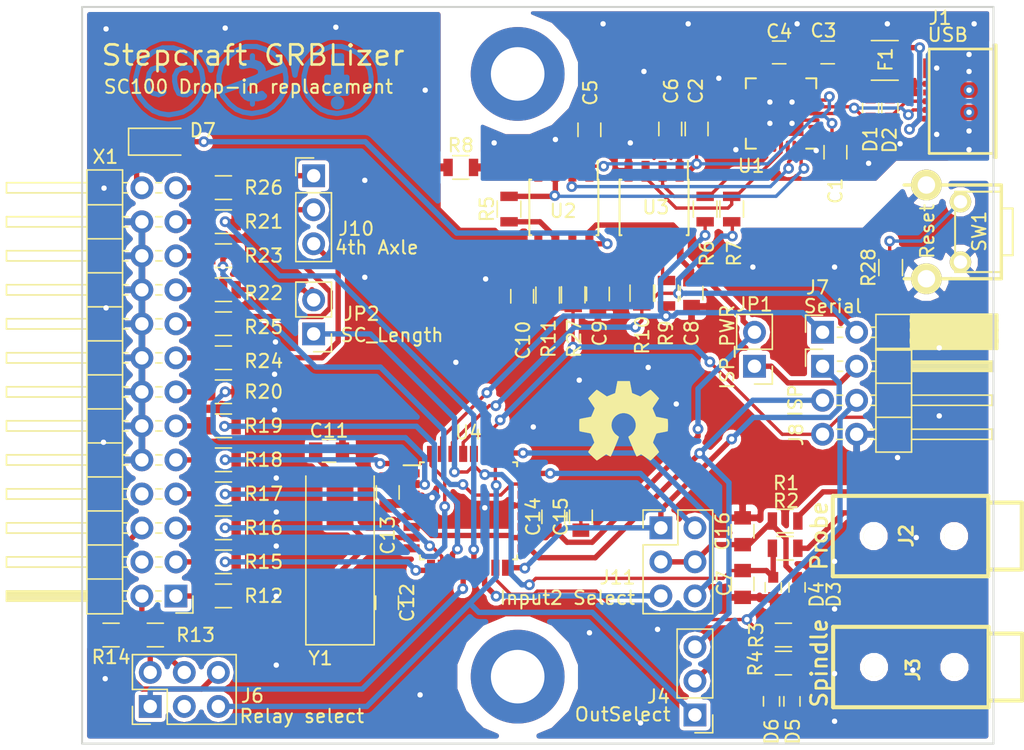
<source format=kicad_pcb>
(kicad_pcb (version 20170123) (host pcbnew "(2017-08-18 revision 28c04cbbf)-makepkg")
  (layers (0 F.Cu signal) (31 B.Cu signal) (34 B.Paste user) (35 F.Paste user) (36 B.SilkS user) (37 F.SilkS user) (38 B.Mask user) (39 F.Mask user) (44 Edge.Cuts user))
  (net 0 "")
  (net 1 "Net-(J1-Pad4)")
  (net 2 /SC_STEP_Z)
  (net 3 /SC_STEP_Y)
  (net 4 /SC_STEP_X)
  (net 5 /SC_DIR_X)
  (net 6 /SC_RELAY1)
  (net 7 "Net-(J3-Pad2)")
  (net 8 "Net-(F1-Pad2)")
  (net 9 GND)
  (net 10 /SC_VCC_5V)
  (net 11 /SC_REF_4)
  (net 12 /SC_REF_XYZ)
  (net 13 /SC_STOP)
  (net 14 /SC_LENGTH)
  (net 15 /SC_STEP_4)
  (net 16 /SC_DIR_4)
  (net 17 /SC_DIR_Z)
  (net 18 /SC_DIR_Y)
  (net 19 /SC_RELAY3)
  (net 20 /SC_RELAY2)
  (net 21 +5V)
  (net 22 /AVR_TX)
  (net 23 /AVR_RX)
  (net 24 "Net-(R6-Pad2)")
  (net 25 /AVR_RST)
  (net 26 "Net-(C3-Pad1)")
  (net 27 /AVR_XTAL2)
  (net 28 /AVR_XTAL1)
  (net 29 GNDD)
  (net 30 "Net-(R7-Pad2)")
  (net 31 "Net-(D2-Pad2)")
  (net 32 "Net-(R10-Pad2)")
  (net 33 /SpinDir/Cool)
  (net 34 /A5)
  (net 35 "Net-(J8-Pad2)")
  (net 36 /D3)
  (net 37 /D6)
  (net 38 /D5)
  (net 39 /D2)
  (net 40 /D7)
  (net 41 /D4)
  (net 42 /A1)
  (net 43 /A2)
  (net 44 /A3)
  (net 45 /D13)
  (net 46 /D11_MOSI)
  (net 47 /D13_SCK)
  (net 48 /D12_MISO)
  (net 49 /D8)
  (net 50 /A4)
  (net 51 /A0)
  (net 52 /D10)
  (net 53 /D9)
  (net 54 "Net-(D1-Pad2)")
  (net 55 "Net-(R28-Pad2)")
  (net 56 "Net-(J9-Pad17)")
  (net 57 "Net-(J9-Pad15)")
  (net 58 "Net-(R5-Pad2)")
  (net 59 "Net-(C10-Pad2)")
  (net 60 "Net-(J6-Pad6)")
  (net 61 "Net-(J6-Pad2)")
  (net 62 "Net-(J6-Pad4)")
  (net 63 "Net-(R9-Pad2)")
  (net 64 "Net-(R11-Pad1)")
  (net 65 "Net-(U1-Pad27)")
  (net 66 "Net-(U4-Pad22)")
  (net 67 "Net-(C15-Pad1)")
  (net 68 "Net-(U4-Pad19)")
  (net 69 "Net-(U1-Pad24)")
  (net 70 "Net-(U1-Pad23)")
  (net 71 "Net-(U1-Pad22)")
  (net 72 "Net-(U1-Pad21)")
  (net 73 "Net-(U1-Pad20)")
  (net 74 "Net-(U1-Pad19)")
  (net 75 "Net-(U1-Pad18)")
  (net 76 "Net-(U1-Pad17)")
  (net 77 "Net-(U1-Pad16)")
  (net 78 "Net-(U1-Pad15)")
  (net 79 "Net-(U1-Pad14)")
  (net 80 "Net-(U1-Pad13)")
  (net 81 "Net-(U1-Pad12)")
  (net 82 "Net-(U1-Pad11)")
  (net 83 "Net-(U1-Pad10)")
  (net 84 "Net-(U1-Pad9)")
  (net 85 "Net-(U1-Pad2)")
  (net 86 "Net-(U1-Pad1)")
  (net 87 /Input2)
  (net 88 "Net-(J10-Pad1)")
  (net 89 "Net-(J10-Pad2)")
  (net 90 "Net-(JP2-Pad2)")
  (net 91 "Net-(J10-Pad3)")
  (net 92 "Net-(J2-Pad1)")
  (net 93 "Net-(J2-Pad2)")
  (net 94 "Net-(J3-Pad1)")
  (net 95 +5VP)
  (module Symbols:OSHW-Symbol_6.7x6mm_SilkScreen (layer F.Cu) (at 180.39644 115.93338)
    (fp_text reference REF*** hide)
    (fp_text value OSHW-Symbol_6.7x6mm_SilkScreen hide)
  )
  (module Symbols:Symbol_CreativeCommons_CopperTop_Type2_Small (layer B.Cu) (at 146.36044 90.46988)
    (fp_text reference REF** hide)
    (fp_text value Symbol_CreativeCommons_CopperTop_Type2_Small)
    (fp_line (start 1.7502 0.9001) (end 1.65114 0.99916) (layer B.Cu) (width 0.381))
    (fp_line (start 1.65114 0.99916) (end 1.45048 1.10076) (layer B.Cu) (width 0.381))
    (fp_line (start 1.45048 1.10076) (end 1.15076 1.10076) (layer B.Cu) (width 0.381))
    (fp_line (start 1.15076 1.10076) (end 0.85104 0.99916) (layer B.Cu) (width 0.381))
    (fp_line (start 0.85104 0.99916) (end 0.65038 0.60038) (layer B.Cu) (width 0.381))
    (fp_line (start 0.65038 0.60038) (end 0.54878 0.1) (layer B.Cu) (width 0.381))
    (fp_line (start 0.54878 0.1) (end 0.54878 -0.29878) (layer B.Cu) (width 0.381))
    (fp_line (start 0.54878 -0.29878) (end 0.74944 -0.7001) (layer B.Cu) (width 0.381))
    (fp_line (start 0.74944 -0.7001) (end 1.15076 -0.90076) (layer B.Cu) (width 0.381))
    (fp_line (start 1.15076 -0.90076) (end 1.34888 -0.90076) (layer B.Cu) (width 0.381))
    (fp_line (start 1.34888 -0.90076) (end 1.65114 -0.90076) (layer B.Cu) (width 0.381))
    (fp_line (start 1.65114 -0.90076) (end 1.7502 -0.7001) (layer B.Cu) (width 0.381))
    (fp_line (start -0.24878 0.9001) (end -0.35038 0.99916) (layer B.Cu) (width 0.381))
    (fp_line (start -0.35038 0.99916) (end -0.6501 1.10076) (layer B.Cu) (width 0.381))
    (fp_line (start -0.6501 1.10076) (end -1.04888 0.99916) (layer B.Cu) (width 0.381))
    (fp_line (start -1.04888 0.99916) (end -1.35114 0.80104) (layer B.Cu) (width 0.381))
    (fp_line (start -1.35114 0.80104) (end -1.4502 0.39972) (layer B.Cu) (width 0.381))
    (fp_line (start -1.4502 0.39972) (end -1.4502 0.00094) (layer B.Cu) (width 0.381))
    (fp_line (start -1.4502 0.00094) (end -1.35114 -0.49944) (layer B.Cu) (width 0.381))
    (fp_line (start -1.35114 -0.49944) (end -1.15048 -0.79916) (layer B.Cu) (width 0.381))
    (fp_line (start -1.15048 -0.79916) (end -0.85076 -0.90076) (layer B.Cu) (width 0.381))
    (fp_line (start -0.85076 -0.90076) (end -0.44944 -0.90076) (layer B.Cu) (width 0.381))
    (fp_line (start -0.44944 -0.90076) (end -0.24878 -0.7001) (layer B.Cu) (width 0.381))
    (fp_line (start 0.15 2.59936) (end 0.05094 2.59936) (layer B.Cu) (width 0.381))
    (fp_line (start 0.05094 2.59936) (end -0.55104 2.5003) (layer B.Cu) (width 0.381))
    (fp_line (start -0.55104 2.5003) (end -1.04888 2.29964) (layer B.Cu) (width 0.381))
    (fp_line (start -1.04888 2.29964) (end -1.54926 1.90086) (layer B.Cu) (width 0.381))
    (fp_line (start -1.54926 1.90086) (end -2.04964 1.29888) (layer B.Cu) (width 0.381))
    (fp_line (start -2.04964 1.29888) (end -2.2503 0.9001) (layer B.Cu) (width 0.381))
    (fp_line (start -2.2503 0.9001) (end -2.34936 0.39972) (layer B.Cu) (width 0.381))
    (fp_line (start -2.34936 0.39972) (end -2.34936 -0.19972) (layer B.Cu) (width 0.381))
    (fp_line (start -2.34936 -0.19972) (end -2.15124 -0.99982) (layer B.Cu) (width 0.381))
    (fp_line (start -2.15124 -0.99982) (end -1.54926 -1.70086) (layer B.Cu) (width 0.381))
    (fp_line (start -1.54926 -1.70086) (end -1.04888 -2.09964) (layer B.Cu) (width 0.381))
    (fp_line (start -1.04888 -2.09964) (end -0.35038 -2.39936) (layer B.Cu) (width 0.381))
    (fp_line (start -0.35038 -2.39936) (end 0.44972 -2.39936) (layer B.Cu) (width 0.381))
    (fp_line (start 0.44972 -2.39936) (end 1.04916 -2.20124) (layer B.Cu) (width 0.381))
    (fp_line (start 1.04916 -2.20124) (end 1.65114 -1.89898) (layer B.Cu) (width 0.381))
    (fp_line (start 1.65114 -1.89898) (end 2.14898 -1.40114) (layer B.Cu) (width 0.381))
    (fp_line (start 2.14898 -1.40114) (end 2.5503 -0.7001) (layer B.Cu) (width 0.381))
    (fp_line (start 2.5503 -0.7001) (end 2.64936 -0.10066) (layer B.Cu) (width 0.381))
    (fp_line (start 2.64936 -0.10066) (end 2.64936 0.49878) (layer B.Cu) (width 0.381))
    (fp_line (start 2.64936 0.49878) (end 2.45124 1.10076) (layer B.Cu) (width 0.381))
    (fp_line (start 2.45124 1.10076) (end 2.14898 1.60114) (layer B.Cu) (width 0.381))
    (fp_line (start 2.14898 1.60114) (end 1.65114 2.09898) (layer B.Cu) (width 0.381))
    (fp_line (start 1.65114 2.09898) (end 1.15076 2.40124) (layer B.Cu) (width 0.381))
    (fp_line (start 1.15076 2.40124) (end 0.74944 2.5003) (layer B.Cu) (width 0.381))
    (fp_line (start 0.74944 2.5003) (end 0.15 2.59936) (layer B.Cu) (width 0.381))
  )
  (module Symbols:Symbol_CC-Attribution_CopperTop_Small (layer B.Cu) (at 159.06044 90.46988)
    (fp_text reference REF** hide)
    (fp_text value Symbol_CC-Attribution_CopperTop_Small)
    (fp_line (start 0 1.89992) (end 0 1.50114) (layer B.Cu) (width 0.381))
    (fp_line (start -0.70104 0.70104) (end 0.59944 0.70104) (layer B.Cu) (width 0.381))
    (fp_line (start 0.50038 0.39878) (end -0.70104 0.39878) (layer B.Cu) (width 0.381))
    (fp_line (start -0.8001 0.09906) (end 0.50038 0.09906) (layer B.Cu) (width 0.381))
    (fp_line (start 0 -0.29972) (end 0 -1.6002) (layer B.Cu) (width 0.381))
    (fp_line (start 0.09906 -1.80086) (end 0.29972 -1.80086) (layer B.Cu) (width 0.381))
    (fp_line (start 0.29972 -1.80086) (end 0.29972 -0.20066) (layer B.Cu) (width 0.381))
    (fp_line (start -0.29972 -0.29972) (end -0.29972 -1.80086) (layer B.Cu) (width 0.381))
    (fp_line (start -0.29972 -1.80086) (end 0.20066 -1.80086) (layer B.Cu) (width 0.381))
    (fp_line (start -0.8001 1.00076) (end 0.70104 1.00076) (layer B.Cu) (width 0.381))
    (fp_line (start 0.70104 1.00076) (end 0.70104 -0.20066) (layer B.Cu) (width 0.381))
    (fp_line (start 0.70104 -0.20066) (end -0.8001 -0.20066) (layer B.Cu) (width 0.381))
    (fp_line (start -0.8001 -0.20066) (end -0.8001 1.00076) (layer B.Cu) (width 0.381))
    (fp_circle (center 0 1.69926) (end 0.09906 1.39954) (layer B.Cu) (width 0.381))
    (fp_line (start 0 2.49936) (end -0.09906 2.49936) (layer B.Cu) (width 0.381))
    (fp_line (start -0.09906 2.49936) (end -0.70104 2.4003) (layer B.Cu) (width 0.381))
    (fp_line (start -0.70104 2.4003) (end -1.19888 2.19964) (layer B.Cu) (width 0.381))
    (fp_line (start -1.19888 2.19964) (end -1.69926 1.80086) (layer B.Cu) (width 0.381))
    (fp_line (start -1.69926 1.80086) (end -2.19964 1.19888) (layer B.Cu) (width 0.381))
    (fp_line (start -2.19964 1.19888) (end -2.4003 0.8001) (layer B.Cu) (width 0.381))
    (fp_line (start -2.4003 0.8001) (end -2.49936 0.29972) (layer B.Cu) (width 0.381))
    (fp_line (start -2.49936 0.29972) (end -2.49936 -0.29972) (layer B.Cu) (width 0.381))
    (fp_line (start -2.49936 -0.29972) (end -2.30124 -1.09982) (layer B.Cu) (width 0.381))
    (fp_line (start -2.30124 -1.09982) (end -1.69926 -1.80086) (layer B.Cu) (width 0.381))
    (fp_line (start -1.69926 -1.80086) (end -1.19888 -2.19964) (layer B.Cu) (width 0.381))
    (fp_line (start -1.19888 -2.19964) (end -0.50038 -2.49936) (layer B.Cu) (width 0.381))
    (fp_line (start -0.50038 -2.49936) (end 0.29972 -2.49936) (layer B.Cu) (width 0.381))
    (fp_line (start 0.29972 -2.49936) (end 0.89916 -2.30124) (layer B.Cu) (width 0.381))
    (fp_line (start 0.89916 -2.30124) (end 1.50114 -1.99898) (layer B.Cu) (width 0.381))
    (fp_line (start 1.50114 -1.99898) (end 1.99898 -1.50114) (layer B.Cu) (width 0.381))
    (fp_line (start 1.99898 -1.50114) (end 2.4003 -0.8001) (layer B.Cu) (width 0.381))
    (fp_line (start 2.4003 -0.8001) (end 2.49936 -0.20066) (layer B.Cu) (width 0.381))
    (fp_line (start 2.49936 -0.20066) (end 2.49936 0.39878) (layer B.Cu) (width 0.381))
    (fp_line (start 2.49936 0.39878) (end 2.30124 1.00076) (layer B.Cu) (width 0.381))
    (fp_line (start 2.30124 1.00076) (end 1.99898 1.50114) (layer B.Cu) (width 0.381))
    (fp_line (start 1.99898 1.50114) (end 1.50114 1.99898) (layer B.Cu) (width 0.381))
    (fp_line (start 1.50114 1.99898) (end 1.00076 2.30124) (layer B.Cu) (width 0.381))
    (fp_line (start 1.00076 2.30124) (end 0.59944 2.4003) (layer B.Cu) (width 0.381))
    (fp_line (start 0.59944 2.4003) (end 0 2.49936) (layer B.Cu) (width 0.381))
  )
  (module Symbols:Symbol_CC-Noncommercial_CopperTop_Small (layer B.Cu) (at 152.71044 90.46988)
    (fp_text reference REF** hide)
    (fp_text value Symbol_CC-Noncommercial_CopperTop_Small)
    (fp_line (start 0 -1.30048) (end 0 -1.80086) (layer B.Cu) (width 0.381))
    (fp_line (start 0 -1.80086) (end 0 -1.69926) (layer B.Cu) (width 0.381))
    (fp_line (start 0 1.50114) (end 0 1.80086) (layer B.Cu) (width 0.381))
    (fp_line (start -2.4003 0.8001) (end 2.19964 -0.89916) (layer B.Cu) (width 0.381))
    (fp_line (start -2.30124 0.89916) (end 2.4003 -0.8001) (layer B.Cu) (width 0.381))
    (fp_line (start 0.89916 1.19888) (end 0.8001 1.30048) (layer B.Cu) (width 0.381))
    (fp_line (start 0.8001 1.30048) (end 0.39878 1.39954) (layer B.Cu) (width 0.381))
    (fp_line (start 0.39878 1.39954) (end -0.29972 1.39954) (layer B.Cu) (width 0.381))
    (fp_line (start -0.29972 1.39954) (end -0.50038 1.30048) (layer B.Cu) (width 0.381))
    (fp_line (start -0.50038 1.30048) (end -0.70104 1.09982) (layer B.Cu) (width 0.381))
    (fp_line (start -0.70104 1.09982) (end -0.8001 0.89916) (layer B.Cu) (width 0.381))
    (fp_line (start -0.8001 0.89916) (end -0.8001 0.59944) (layer B.Cu) (width 0.381))
    (fp_line (start -0.8001 0.59944) (end -0.70104 0.29972) (layer B.Cu) (width 0.381))
    (fp_line (start -0.70104 0.29972) (end -0.50038 0.09906) (layer B.Cu) (width 0.381))
    (fp_line (start -0.50038 0.09906) (end 0.29972 -0.20066) (layer B.Cu) (width 0.381))
    (fp_line (start 0.29972 -0.20066) (end 0.59944 -0.39878) (layer B.Cu) (width 0.381))
    (fp_line (start 0.59944 -0.39878) (end 0.59944 -0.8001) (layer B.Cu) (width 0.381))
    (fp_line (start 0.59944 -0.8001) (end 0.29972 -1.00076) (layer B.Cu) (width 0.381))
    (fp_line (start 0.29972 -1.00076) (end -0.20066 -1.09982) (layer B.Cu) (width 0.381))
    (fp_line (start -0.20066 -1.09982) (end -0.70104 -1.00076) (layer B.Cu) (width 0.381))
    (fp_line (start -0.70104 -1.00076) (end -0.8001 -1.00076) (layer B.Cu) (width 0.381))
    (fp_line (start -0.8001 -1.00076) (end -0.8001 -1.19888) (layer B.Cu) (width 0.381))
    (fp_line (start -0.8001 -1.19888) (end -0.50038 -1.30048) (layer B.Cu) (width 0.381))
    (fp_line (start -0.50038 -1.30048) (end 0.20066 -1.30048) (layer B.Cu) (width 0.381))
    (fp_line (start 0.20066 -1.30048) (end 0.50038 -1.19888) (layer B.Cu) (width 0.381))
    (fp_line (start 0.50038 -1.19888) (end 0.70104 -1.00076) (layer B.Cu) (width 0.381))
    (fp_line (start 0.70104 -1.00076) (end 0.8001 -0.8001) (layer B.Cu) (width 0.381))
    (fp_line (start 0.8001 -0.8001) (end 0.8001 -0.50038) (layer B.Cu) (width 0.381))
    (fp_line (start 0.8001 -0.50038) (end 0.70104 -0.20066) (layer B.Cu) (width 0.381))
    (fp_line (start 0.70104 -0.20066) (end 0.29972 0.09906) (layer B.Cu) (width 0.381))
    (fp_line (start 0.29972 0.09906) (end -0.29972 0.20066) (layer B.Cu) (width 0.381))
    (fp_line (start -0.29972 0.20066) (end -0.50038 0.39878) (layer B.Cu) (width 0.381))
    (fp_line (start -0.50038 0.39878) (end -0.59944 0.70104) (layer B.Cu) (width 0.381))
    (fp_line (start -0.59944 0.70104) (end -0.50038 0.89916) (layer B.Cu) (width 0.381))
    (fp_line (start -0.50038 0.89916) (end -0.29972 1.09982) (layer B.Cu) (width 0.381))
    (fp_line (start -0.29972 1.09982) (end 0.09906 1.19888) (layer B.Cu) (width 0.381))
    (fp_line (start 0.09906 1.19888) (end 0.39878 1.09982) (layer B.Cu) (width 0.381))
    (fp_line (start 0.39878 1.09982) (end 0.70104 1.00076) (layer B.Cu) (width 0.381))
    (fp_line (start 0.70104 1.00076) (end 0.89916 1.19888) (layer B.Cu) (width 0.381))
    (fp_line (start 0 2.49936) (end -0.09906 2.49936) (layer B.Cu) (width 0.381))
    (fp_line (start -0.09906 2.49936) (end -0.70104 2.4003) (layer B.Cu) (width 0.381))
    (fp_line (start -0.70104 2.4003) (end -1.19888 2.19964) (layer B.Cu) (width 0.381))
    (fp_line (start -1.19888 2.19964) (end -1.69926 1.80086) (layer B.Cu) (width 0.381))
    (fp_line (start -1.69926 1.80086) (end -2.19964 1.19888) (layer B.Cu) (width 0.381))
    (fp_line (start -2.19964 1.19888) (end -2.4003 0.8001) (layer B.Cu) (width 0.381))
    (fp_line (start -2.4003 0.8001) (end -2.49936 0.29972) (layer B.Cu) (width 0.381))
    (fp_line (start -2.49936 0.29972) (end -2.49936 -0.29972) (layer B.Cu) (width 0.381))
    (fp_line (start -2.49936 -0.29972) (end -2.30124 -1.09982) (layer B.Cu) (width 0.381))
    (fp_line (start -2.30124 -1.09982) (end -1.69926 -1.80086) (layer B.Cu) (width 0.381))
    (fp_line (start -1.69926 -1.80086) (end -1.19888 -2.19964) (layer B.Cu) (width 0.381))
    (fp_line (start -1.19888 -2.19964) (end -0.50038 -2.49936) (layer B.Cu) (width 0.381))
    (fp_line (start -0.50038 -2.49936) (end 0.29972 -2.49936) (layer B.Cu) (width 0.381))
    (fp_line (start 0.29972 -2.49936) (end 0.89916 -2.30124) (layer B.Cu) (width 0.381))
    (fp_line (start 0.89916 -2.30124) (end 1.50114 -1.99898) (layer B.Cu) (width 0.381))
    (fp_line (start 1.50114 -1.99898) (end 1.99898 -1.50114) (layer B.Cu) (width 0.381))
    (fp_line (start 1.99898 -1.50114) (end 2.4003 -0.8001) (layer B.Cu) (width 0.381))
    (fp_line (start 2.4003 -0.8001) (end 2.49936 -0.20066) (layer B.Cu) (width 0.381))
    (fp_line (start 2.49936 -0.20066) (end 2.49936 0.39878) (layer B.Cu) (width 0.381))
    (fp_line (start 2.49936 0.39878) (end 2.30124 1.00076) (layer B.Cu) (width 0.381))
    (fp_line (start 2.30124 1.00076) (end 1.99898 1.50114) (layer B.Cu) (width 0.381))
    (fp_line (start 1.99898 1.50114) (end 1.50114 1.99898) (layer B.Cu) (width 0.381))
    (fp_line (start 1.50114 1.99898) (end 1.00076 2.30124) (layer B.Cu) (width 0.381))
    (fp_line (start 1.00076 2.30124) (end 0.59944 2.4003) (layer B.Cu) (width 0.381))
    (fp_line (start 0.59944 2.4003) (end 0 2.49936) (layer B.Cu) (width 0.381))
  )
  (module iotta_footprints:conn_usb_B_micro_smd (layer F.Cu) (at 206.1035 92.0585 90)
    (fp_text reference J1 (at 6.22412 -2.08506 180) (layer F.SilkS))
    (fp_text value USB (at 4.95412 -1.51356 180) (layer F.SilkS))
    (pad "" smd rect (at -0.8382 0 90) (size 1.17348 1.89738) (layers F.Cu F.Paste F.Mask))
    (pad "" smd rect (at 0.8382 0 90) (size 1.17348 1.89738) (layers F.Cu F.Paste F.Mask))
    (pad 6 smd rect (at 2.91338 0 90) (size 2.3749 1.89738) (layers F.Cu F.Paste F.Mask) (net 9 GND))
    (pad 6 smd rect (at -2.91338 0 90) (size 2.3749 1.89738) (layers F.Cu F.Paste F.Mask) (net 9 GND))
    (pad 6 smd rect (at 2.46126 -2.2987 90) (size 1.4732 2.10058) (layers F.Cu F.Paste F.Mask) (net 9 GND))
    (pad 6 smd rect (at -2.46126 -2.2987 90) (size 1.4732 2.10058) (layers F.Cu F.Paste F.Mask) (net 9 GND))
    (pad 1 smd rect (at -1.30048 -2.65938 90) (size 0.44958 1.37922) (layers F.Cu F.Paste F.Mask) (net 8 "Net-(F1-Pad2)"))
    (pad 2 smd rect (at -0.65024 -2.65938 90) (size 0.44958 1.37922) (layers F.Cu F.Paste F.Mask) (net 54 "Net-(D1-Pad2)"))
    (pad 3 smd rect (at 0 -2.65938 90) (size 0.44958 1.37922) (layers F.Cu F.Paste F.Mask) (net 31 "Net-(D2-Pad2)"))
    (pad 4 smd rect (at 0.65024 -2.65938 90) (size 0.44958 1.37922) (layers F.Cu F.Paste F.Mask) (net 1 "Net-(J1-Pad4)"))
    (pad 5 smd rect (at 1.30048 -2.65938 90) (size 0.44958 1.37922) (layers F.Cu F.Paste F.Mask) (net 9 GND))
  )
  (module iotta_footprints:Stepcraft_SC100_Controller_Board (layer F.Cu) (at 208 85.02 180)
    (fp_text reference J9 hide)
    (fp_text value X1 (at 66.26236 -11.19028 180) (layer F.SilkS))
    (fp_line (start 68 0) (end 0 0) (layer Edge.Cuts) (width 0.15))
    (fp_line (start 68 -55) (end 68 0) (layer Edge.Cuts) (width 0.15))
    (fp_line (start 0 -55) (end 68 -55) (layer Edge.Cuts) (width 0.15))
    (fp_line (start 0 0) (end 0 -55) (layer Edge.Cuts) (width 0.15))
    (pad "" np_thru_hole circle (at 35.5 -5 180) (size 7 7) (drill 4) (layers *.Cu *.Mask) (clearance 1))
    (pad "" np_thru_hole circle (at 35.5 -50 180) (size 7 7) (drill 4) (layers *.Cu *.Mask) (clearance 1))
    (pad 1 thru_hole rect (at 61 -43.98 180) (size 1.7 1.7) (drill 1) (layers *.Cu *.Mask) (net 6 /SC_RELAY1))
    (pad 14 thru_hole oval (at 63.54 -43.98 180) (size 1.7 1.7) (drill 1) (layers *.Cu *.Mask) (net 20 /SC_RELAY2))
    (pad 2 thru_hole oval (at 61 -41.44 180) (size 1.7 1.7) (drill 1) (layers *.Cu *.Mask) (net 5 /SC_DIR_X))
    (pad 15 thru_hole oval (at 63.54 -41.44 180) (size 1.7 1.7) (drill 1) (layers *.Cu *.Mask) (net 57 "Net-(J9-Pad15)"))
    (pad 3 thru_hole oval (at 61 -38.9 180) (size 1.7 1.7) (drill 1) (layers *.Cu *.Mask) (net 4 /SC_STEP_X))
    (pad 16 thru_hole oval (at 63.54 -38.9 180) (size 1.7 1.7) (drill 1) (layers *.Cu *.Mask) (net 19 /SC_RELAY3))
    (pad 4 thru_hole oval (at 61 -36.36 180) (size 1.7 1.7) (drill 1) (layers *.Cu *.Mask) (net 18 /SC_DIR_Y))
    (pad 17 thru_hole oval (at 63.54 -36.36 180) (size 1.7 1.7) (drill 1) (layers *.Cu *.Mask) (net 56 "Net-(J9-Pad17)"))
    (pad 5 thru_hole oval (at 61 -33.82 180) (size 1.7 1.7) (drill 1) (layers *.Cu *.Mask) (net 3 /SC_STEP_Y))
    (pad 18 thru_hole oval (at 63.54 -33.82 180) (size 1.7 1.7) (drill 1) (layers *.Cu *.Mask) (net 29 GNDD))
    (pad 6 thru_hole oval (at 61 -31.28 180) (size 1.7 1.7) (drill 1) (layers *.Cu *.Mask) (net 17 /SC_DIR_Z))
    (pad 19 thru_hole oval (at 63.54 -31.28 180) (size 1.7 1.7) (drill 1) (layers *.Cu *.Mask) (net 29 GNDD))
    (pad 7 thru_hole oval (at 61 -28.74 180) (size 1.7 1.7) (drill 1) (layers *.Cu *.Mask) (net 2 /SC_STEP_Z))
    (pad 20 thru_hole oval (at 63.54 -28.74 180) (size 1.7 1.7) (drill 1) (layers *.Cu *.Mask) (net 29 GNDD))
    (pad 8 thru_hole oval (at 61 -26.2 180) (size 1.7 1.7) (drill 1) (layers *.Cu *.Mask) (net 16 /SC_DIR_4))
    (pad 21 thru_hole oval (at 63.54 -26.2 180) (size 1.7 1.7) (drill 1) (layers *.Cu *.Mask) (net 29 GNDD))
    (pad 9 thru_hole oval (at 61 -23.66 180) (size 1.7 1.7) (drill 1) (layers *.Cu *.Mask) (net 15 /SC_STEP_4))
    (pad 22 thru_hole oval (at 63.54 -23.66 180) (size 1.7 1.7) (drill 1) (layers *.Cu *.Mask) (net 29 GNDD))
    (pad 10 thru_hole oval (at 61 -21.12 180) (size 1.7 1.7) (drill 1) (layers *.Cu *.Mask) (net 14 /SC_LENGTH))
    (pad 23 thru_hole oval (at 63.54 -21.12 180) (size 1.7 1.7) (drill 1) (layers *.Cu *.Mask) (net 29 GNDD))
    (pad 11 thru_hole oval (at 61 -18.58 180) (size 1.7 1.7) (drill 1) (layers *.Cu *.Mask) (net 13 /SC_STOP))
    (pad 24 thru_hole oval (at 63.54 -18.58 180) (size 1.7 1.7) (drill 1) (layers *.Cu *.Mask) (net 29 GNDD))
    (pad 12 thru_hole oval (at 61 -16.04 180) (size 1.7 1.7) (drill 1) (layers *.Cu *.Mask) (net 12 /SC_REF_XYZ))
    (pad 25 thru_hole oval (at 63.54 -16.04 180) (size 1.7 1.7) (drill 1) (layers *.Cu *.Mask) (net 29 GNDD))
    (pad 13 thru_hole oval (at 61 -13.5 180) (size 1.7 1.7) (drill 1) (layers *.Cu *.Mask) (net 11 /SC_REF_4))
    (pad 26 thru_hole oval (at 63.54 -13.5 180) (size 1.7 1.7) (drill 1) (layers *.Cu *.Mask) (net 10 /SC_VCC_5V))
  )
  (module Capacitors_SMD:C_0805 (layer F.Cu) (at 189.281 124.164 90)
    (fp_text reference C16 (at 0 -1.5 90) (layer F.SilkS))
    (fp_text value 100n)
    (pad 2 smd rect (at 1 0 90) (size 1 1.25) (layers F.Cu F.Paste F.Mask) (net 29 GNDD))
    (pad 1 smd rect (at -1 0 90) (size 1 1.25) (layers F.Cu F.Paste F.Mask) (net 87 /Input2))
  )
  (module Pin_Headers:Pin_Header_Straight_1x02_Pitch2.54mm (layer F.Cu) (at 157.277 109.432 180)
    (fp_text reference JP2 (at -3.56144 1.49962 180) (layer F.SilkS))
    (fp_text value SC_Length (at -5.84744 -0.08788 180) (layer F.SilkS))
    (pad 2 thru_hole oval (at 0 2.54 180) (size 1.7 1.7) (drill 1) (layers *.Cu *.Mask) (net 90 "Net-(JP2-Pad2)"))
    (pad 1 thru_hole rect (at 0 0 180) (size 1.7 1.7) (drill 1) (layers *.Cu *.Mask) (net 34 /A5))
  )
  (module Pin_Headers:Pin_Header_Straight_1x03_Pitch2.54mm (layer F.Cu) (at 157.277 97.621)
    (fp_text reference J10 (at 3.18044 3.96138) (layer F.SilkS))
    (fp_text value "4th Axle" (at 4.70444 5.35838) (layer F.SilkS))
    (pad 3 thru_hole oval (at 0 5.08) (size 1.7 1.7) (drill 1) (layers *.Cu *.Mask) (net 91 "Net-(J10-Pad3)"))
    (pad 2 thru_hole oval (at 0 2.54) (size 1.7 1.7) (drill 1) (layers *.Cu *.Mask) (net 89 "Net-(J10-Pad2)"))
    (pad 1 thru_hole rect (at 0 0) (size 1.7 1.7) (drill 1) (layers *.Cu *.Mask) (net 88 "Net-(J10-Pad1)"))
  )
  (module Pin_Headers:Pin_Header_Straight_2x03_Pitch2.54mm (layer F.Cu) (at 183.185 123.91)
    (fp_text reference J11 (at -3.23306 3.70738) (layer F.SilkS))
    (fp_text value "Input2 Select" (at -6.97956 5.23138) (layer F.SilkS))
    (pad 6 thru_hole oval (at 2.54 5.08) (size 1.7 1.7) (drill 1) (layers *.Cu *.Mask) (net 43 /A2))
    (pad 5 thru_hole oval (at 0 5.08) (size 1.7 1.7) (drill 1) (layers *.Cu *.Mask) (net 52 /D10))
    (pad 4 thru_hole oval (at 2.54 2.54) (size 1.7 1.7) (drill 1) (layers *.Cu *.Mask) (net 87 /Input2))
    (pad 3 thru_hole oval (at 0 2.54) (size 1.7 1.7) (drill 1) (layers *.Cu *.Mask) (net 87 /Input2))
    (pad 2 thru_hole oval (at 2.54 0) (size 1.7 1.7) (drill 1) (layers *.Cu *.Mask) (net 42 /A1))
    (pad 1 thru_hole rect (at 0 0) (size 1.7 1.7) (drill 1) (layers *.Cu *.Mask) (net 48 /D12_MISO))
  )
  (module Pin_Headers:Pin_Header_Straight_2x03_Pitch2.54mm (layer F.Cu) (at 145.085 137.245 90)
    (fp_text reference J6 (at 0.80112 7.62544 180) (layer F.SilkS))
    (fp_text value "Relay select" (at -0.72288 11.30844 180) (layer F.SilkS))
    (pad 6 thru_hole oval (at 2.54 5.08 90) (size 1.7 1.7) (drill 1) (layers *.Cu *.Mask) (net 60 "Net-(J6-Pad6)"))
    (pad 5 thru_hole oval (at 0 5.08 90) (size 1.7 1.7) (drill 1) (layers *.Cu *.Mask) (net 44 /A3))
    (pad 4 thru_hole oval (at 2.54 2.54 90) (size 1.7 1.7) (drill 1) (layers *.Cu *.Mask) (net 62 "Net-(J6-Pad4)"))
    (pad 3 thru_hole oval (at 0 2.54 90) (size 1.7 1.7) (drill 1) (layers *.Cu *.Mask) (net 45 /D13))
    (pad 2 thru_hole oval (at 2.54 0 90) (size 1.7 1.7) (drill 1) (layers *.Cu *.Mask) (net 61 "Net-(J6-Pad2)"))
    (pad 1 thru_hole rect (at 0 0 90) (size 1.7 1.7) (drill 1) (layers *.Cu *.Mask) (net 49 /D8))
  )
  (module Capacitors_SMD:C_0805 (layer F.Cu) (at 189.281 128.101 270)
    (fp_text reference C7 (at -0.03912 1.39156 270) (layer F.SilkS))
    (fp_text value 100n)
    (pad 1 smd rect (at -1 0 270) (size 1 1.25) (layers F.Cu F.Paste F.Mask) (net 34 /A5))
    (pad 2 smd rect (at 1 0 270) (size 1 1.25) (layers F.Cu F.Paste F.Mask) (net 29 GNDD))
  )
  (module Capacitors_SMD:C_0805 (layer F.Cu) (at 177.216 123.0845 90)
    (fp_text reference C15 (at 0 -1.5 90) (layer F.SilkS))
    (fp_text value 100n)
    (pad 2 smd rect (at 1 0 90) (size 1 1.25) (layers F.Cu F.Paste F.Mask) (net 29 GNDD))
    (pad 1 smd rect (at -1 0 90) (size 1 1.25) (layers F.Cu F.Paste F.Mask) (net 67 "Net-(C15-Pad1)"))
  )
  (module Pin_Headers:Pin_Header_Straight_1x03_Pitch2.54mm (layer F.Cu) (at 185.725 137.88 180)
    (fp_text reference J4 (at 2.72506 1.37262 180) (layer F.SilkS))
    (fp_text value OutSelect (at 5.39206 0.03912 180) (layer F.SilkS))
    (pad 1 thru_hole rect (at 0 0 180) (size 1.7 1.7) (drill 1) (layers *.Cu *.Mask) (net 44 /A3))
    (pad 2 thru_hole oval (at 0 2.54 180) (size 1.7 1.7) (drill 1) (layers *.Cu *.Mask) (net 33 /SpinDir/Cool))
    (pad 3 thru_hole oval (at 0 5.08 180) (size 1.7 1.7) (drill 1) (layers *.Cu *.Mask) (net 47 /D13_SCK))
  )
  (module Resistors_SMD:R_0805 (layer F.Cu) (at 150.546 106.13 180)
    (fp_text reference R22 (at -3 -0.25 180) (layer F.SilkS))
    (fp_text value 100)
    (pad 1 smd rect (at -0.95 0 180) (size 0.7 1.3) (layers F.Cu F.Paste F.Mask) (net 90 "Net-(JP2-Pad2)"))
    (pad 2 smd rect (at 0.95 0 180) (size 0.7 1.3) (layers F.Cu F.Paste F.Mask) (net 14 /SC_LENGTH))
  )
  (module Resistors_SMD:R_0805 (layer F.Cu) (at 150.546 113.75 180)
    (fp_text reference R20 (at -3 0 180) (layer F.SilkS))
    (fp_text value 100)
    (pad 2 smd rect (at 0.95 0 180) (size 0.7 1.3) (layers F.Cu F.Paste F.Mask) (net 2 /SC_STEP_Z))
    (pad 1 smd rect (at -0.95 0 180) (size 0.7 1.3) (layers F.Cu F.Paste F.Mask) (net 41 /D4))
  )
  (module Resistors_SMD:R_0805 (layer F.Cu) (at 150.546 116.29 180)
    (fp_text reference R19 (at -3 0 180) (layer F.SilkS))
    (fp_text value 100)
    (pad 1 smd rect (at -0.95 0 180) (size 0.7 1.3) (layers F.Cu F.Paste F.Mask) (net 40 /D7))
    (pad 2 smd rect (at 0.95 0 180) (size 0.7 1.3) (layers F.Cu F.Paste F.Mask) (net 17 /SC_DIR_Z))
  )
  (module Resistors_SMD:R_0805 (layer F.Cu) (at 145.466 131.911 180)
    (fp_text reference R13 (at -3 0 180) (layer F.SilkS))
    (fp_text value 100)
    (pad 2 smd rect (at 0.95 0 180) (size 0.7 1.3) (layers F.Cu F.Paste F.Mask) (net 20 /SC_RELAY2))
    (pad 1 smd rect (at -0.95 0 180) (size 0.7 1.3) (layers F.Cu F.Paste F.Mask) (net 62 "Net-(J6-Pad4)"))
  )
  (module Resistors_SMD:R_0805 (layer F.Cu) (at 150.546 126.45 180)
    (fp_text reference R15 (at -3 0 180) (layer F.SilkS))
    (fp_text value 100)
    (pad 2 smd rect (at 0.95 0 180) (size 0.7 1.3) (layers F.Cu F.Paste F.Mask) (net 5 /SC_DIR_X))
    (pad 1 smd rect (at -0.95 0 180) (size 0.7 1.3) (layers F.Cu F.Paste F.Mask) (net 38 /D5))
  )
  (module Resistors_SMD:R_0805 (layer F.Cu) (at 150.546 123.91 180)
    (fp_text reference R16 (at -3 0 180) (layer F.SilkS))
    (fp_text value 100)
    (pad 1 smd rect (at -0.95 0 180) (size 0.7 1.3) (layers F.Cu F.Paste F.Mask) (net 39 /D2))
    (pad 2 smd rect (at 0.95 0 180) (size 0.7 1.3) (layers F.Cu F.Paste F.Mask) (net 4 /SC_STEP_X))
  )
  (module Resistors_SMD:R_0805 (layer F.Cu) (at 150.546 101.05 180)
    (fp_text reference R21 (at -3 0 180) (layer F.SilkS))
    (fp_text value 100)
    (pad 1 smd rect (at -0.95 0 180) (size 0.7 1.3) (layers F.Cu F.Paste F.Mask) (net 53 /D9))
    (pad 2 smd rect (at 0.95 0 180) (size 0.7 1.3) (layers F.Cu F.Paste F.Mask) (net 12 /SC_REF_XYZ))
  )
  (module Resistors_SMD:R_0805 (layer F.Cu) (at 150.546 103.59 180)
    (fp_text reference R23 (at -3 0 180) (layer F.SilkS))
    (fp_text value 100)
    (pad 2 smd rect (at 0.95 0 180) (size 0.7 1.3) (layers F.Cu F.Paste F.Mask) (net 13 /SC_STOP))
    (pad 1 smd rect (at -0.95 0 180) (size 0.7 1.3) (layers F.Cu F.Paste F.Mask) (net 51 /A0))
  )
  (module Resistors_SMD:R_0805 (layer F.Cu) (at 150.546 111.21 180)
    (fp_text reference R24 (at -3 -0.25 180) (layer F.SilkS))
    (fp_text value 100)
    (pad 1 smd rect (at -0.95 0 180) (size 0.7 1.3) (layers F.Cu F.Paste F.Mask) (net 91 "Net-(J10-Pad3)"))
    (pad 2 smd rect (at 0.95 0 180) (size 0.7 1.3) (layers F.Cu F.Paste F.Mask) (net 16 /SC_DIR_4))
  )
  (module Resistors_SMD:R_0805 (layer F.Cu) (at 150.546 108.67 180)
    (fp_text reference R25 (at -3 -0.25 180) (layer F.SilkS))
    (fp_text value 100)
    (pad 2 smd rect (at 0.95 0 180) (size 0.7 1.3) (layers F.Cu F.Paste F.Mask) (net 15 /SC_STEP_4))
    (pad 1 smd rect (at -0.95 0 180) (size 0.7 1.3) (layers F.Cu F.Paste F.Mask) (net 89 "Net-(J10-Pad2)"))
  )
  (module Resistors_SMD:R_0805 (layer F.Cu) (at 150.546 98.51 180)
    (fp_text reference R26 (at -3 0 180) (layer F.SilkS))
    (fp_text value 100)
    (pad 1 smd rect (at -0.95 0 180) (size 0.7 1.3) (layers F.Cu F.Paste F.Mask) (net 88 "Net-(J10-Pad1)"))
    (pad 2 smd rect (at 0.95 0 180) (size 0.7 1.3) (layers F.Cu F.Paste F.Mask) (net 11 /SC_REF_4))
  )
  (module Resistors_SMD:R_0805 (layer F.Cu) (at 142.164 131.911 180)
    (fp_text reference R14 (at 0 -1.65 180) (layer F.SilkS))
    (fp_text value 100)
    (pad 1 smd rect (at -0.95 0 180) (size 0.7 1.3) (layers F.Cu F.Paste F.Mask) (net 60 "Net-(J6-Pad6)"))
    (pad 2 smd rect (at 0.95 0 180) (size 0.7 1.3) (layers F.Cu F.Paste F.Mask) (net 19 /SC_RELAY3))
  )
  (module Resistors_SMD:R_0805 (layer F.Cu) (at 150.546 121.37 180)
    (fp_text reference R17 (at -3 0 180) (layer F.SilkS))
    (fp_text value 100)
    (pad 2 smd rect (at 0.95 0 180) (size 0.7 1.3) (layers F.Cu F.Paste F.Mask) (net 18 /SC_DIR_Y))
    (pad 1 smd rect (at -0.95 0 180) (size 0.7 1.3) (layers F.Cu F.Paste F.Mask) (net 37 /D6))
  )
  (module Resistors_SMD:R_0805 (layer F.Cu) (at 150.546 118.83 180)
    (fp_text reference R18 (at -3 0 180) (layer F.SilkS))
    (fp_text value 100)
    (pad 1 smd rect (at -0.95 0 180) (size 0.7 1.3) (layers F.Cu F.Paste F.Mask) (net 36 /D3))
    (pad 2 smd rect (at 0.95 0 180) (size 0.7 1.3) (layers F.Cu F.Paste F.Mask) (net 3 /SC_STEP_Y))
  )
  (module Resistors_SMD:R_0805 (layer F.Cu) (at 150.546 128.99 180)
    (fp_text reference R12 (at -3 0 180) (layer F.SilkS))
    (fp_text value 100)
    (pad 2 smd rect (at 0.95 0 180) (size 0.7 1.3) (layers F.Cu F.Paste F.Mask) (net 6 /SC_RELAY1))
    (pad 1 smd rect (at -0.95 0 180) (size 0.7 1.3) (layers F.Cu F.Paste F.Mask) (net 61 "Net-(J6-Pad2)"))
  )
  (module Pin_Headers:Pin_Header_Angled_2x01_Pitch2.54mm (layer F.Cu) (at 195.25 109.305)
    (fp_text reference J7 (at -0.37556 -3.34112) (layer F.SilkS))
    (fp_text value Serial (at 0.76744 -1.94412) (layer F.SilkS))
    (pad 1 thru_hole rect (at 0 0) (size 1.7 1.7) (drill 1) (layers *.Cu *.Mask) (net 22 /AVR_TX))
    (pad 2 thru_hole oval (at 2.54 0) (size 1.7 1.7) (drill 1) (layers *.Cu *.Mask) (net 23 /AVR_RX))
  )
  (module Capacitors_SMD:C_0603 (layer F.Cu) (at 192.964 136.864 270)
    (fp_text reference D5 (at 2.24688 -0.06894 270) (layer F.SilkS))
    (fp_text value D_TVS)
    (pad 2 smd rect (at 0.75 0 270) (size 0.8 0.75) (layers F.Cu F.Paste F.Mask) (net 29 GNDD))
    (pad 1 smd rect (at -0.75 0 270) (size 0.8 0.75) (layers F.Cu F.Paste F.Mask) (net 46 /D11_MOSI))
  )
  (module Capacitors_SMD:C_0603 (layer F.Cu) (at 191.567 128.355 270)
    (fp_text reference D4 (at 0.53238 -3.24394 270) (layer F.SilkS))
    (fp_text value D_TVS)
    (pad 1 smd rect (at -0.75 0 270) (size 0.8 0.75) (layers F.Cu F.Paste F.Mask) (net 34 /A5))
    (pad 2 smd rect (at 0.75 0 270) (size 0.8 0.75) (layers F.Cu F.Paste F.Mask) (net 29 GNDD))
  )
  (module Capacitors_SMD:C_0603 (layer F.Cu) (at 193.345 128.355 270)
    (fp_text reference D3 (at 0.53238 -2.73594 270) (layer F.SilkS))
    (fp_text value D_TVS)
    (pad 2 smd rect (at 0.75 0 270) (size 0.8 0.75) (layers F.Cu F.Paste F.Mask) (net 29 GNDD))
    (pad 1 smd rect (at -0.75 0 270) (size 0.8 0.75) (layers F.Cu F.Paste F.Mask) (net 87 /Input2))
  )
  (module Capacitors_SMD:C_0603 (layer F.Cu) (at 200.27194 92.56538 270)
    (fp_text reference D2 (at 2.39928 0.01996 270) (layer F.SilkS))
    (fp_text value D_TVS)
    (pad 1 smd rect (at -0.75 0 270) (size 0.8 0.75) (layers F.Cu F.Paste F.Mask) (net 9 GND))
    (pad 2 smd rect (at 0.75 0 270) (size 0.8 0.75) (layers F.Cu F.Paste F.Mask) (net 31 "Net-(D2-Pad2)"))
  )
  (module Capacitors_SMD:C_0603 (layer F.Cu) (at 198.8314 92.56538 270)
    (fp_text reference D1 (at 2.33578 0.01996 270) (layer F.SilkS))
    (fp_text value D_TVS)
    (pad 2 smd rect (at 0.75 0 270) (size 0.8 0.75) (layers F.Cu F.Paste F.Mask) (net 54 "Net-(D1-Pad2)"))
    (pad 1 smd rect (at -0.75 0 270) (size 0.8 0.75) (layers F.Cu F.Paste F.Mask) (net 9 GND))
  )
  (module Capacitors_SMD:C_0603 (layer F.Cu) (at 191.44 136.864 270)
    (fp_text reference D6 (at 2.24688 -0.00544 270) (layer F.SilkS))
    (fp_text value D_TVS)
    (pad 1 smd rect (at -0.75 0 270) (size 0.8 0.75) (layers F.Cu F.Paste F.Mask) (net 33 /SpinDir/Cool))
    (pad 2 smd rect (at 0.75 0 270) (size 0.8 0.75) (layers F.Cu F.Paste F.Mask) (net 29 GNDD))
  )
  (module Resistors_SMD:R_0805 (layer F.Cu) (at 192.329 134.0065 180)
    (fp_text reference R4 (at 2.09006 -0.02438 270) (layer F.SilkS))
    (fp_text value 100)
    (pad 2 smd rect (at 0.95 0 180) (size 0.7 1.3) (layers F.Cu F.Paste F.Mask) (net 33 /SpinDir/Cool))
    (pad 1 smd rect (at -0.95 0 180) (size 0.7 1.3) (layers F.Cu F.Paste F.Mask) (net 94 "Net-(J3-Pad1)"))
  )
  (module Resistors_SMD:R_0805 (layer F.Cu) (at 192.329 131.911 180)
    (fp_text reference R3 (at 2.02656 -0.02438 90) (layer F.SilkS))
    (fp_text value 100)
    (pad 1 smd rect (at -0.95 0 180) (size 0.7 1.3) (layers F.Cu F.Paste F.Mask) (net 7 "Net-(J3-Pad2)"))
    (pad 2 smd rect (at 0.95 0 180) (size 0.7 1.3) (layers F.Cu F.Paste F.Mask) (net 46 /D11_MOSI))
  )
  (module Resistors_SMD:R_0805 (layer F.Cu) (at 192.456 125.434 180)
    (fp_text reference R2 (at -0.06894 3.53162 180) (layer F.SilkS))
    (fp_text value 100)
    (pad 2 smd rect (at 0.95 0 180) (size 0.7 1.3) (layers F.Cu F.Paste F.Mask) (net 34 /A5))
    (pad 1 smd rect (at -0.95 0 180) (size 0.7 1.3) (layers F.Cu F.Paste F.Mask) (net 92 "Net-(J2-Pad1)"))
  )
  (module Resistors_SMD:R_0805 (layer F.Cu) (at 192.456 123.402 180)
    (fp_text reference R1 (at -0.06894 2.83312 180) (layer F.SilkS))
    (fp_text value 100)
    (pad 1 smd rect (at -0.95 0 180) (size 0.7 1.3) (layers F.Cu F.Paste F.Mask) (net 93 "Net-(J2-Pad2)"))
    (pad 2 smd rect (at 0.95 0 180) (size 0.7 1.3) (layers F.Cu F.Paste F.Mask) (net 87 /Input2))
  )
  (module Resistors_SMD:R_0805 (layer F.Cu) (at 174.7395 106.5364 270)
    (fp_text reference R11 (at 3.23748 -0.06894 270) (layer F.SilkS))
    (fp_text value 100)
    (pad 2 smd rect (at 0.95 0 270) (size 0.7 1.3) (layers F.Cu F.Paste F.Mask) (net 25 /AVR_RST))
    (pad 1 smd rect (at -0.95 0 270) (size 0.7 1.3) (layers F.Cu F.Paste F.Mask) (net 64 "Net-(R11-Pad1)"))
  )
  (module Capacitors_SMD:C_0805 (layer F.Cu) (at 185.471 106.384 270)
    (fp_text reference C8 (at 3.00888 -0.00544 270) (layer F.SilkS))
    (fp_text value 100n)
    (pad 1 smd rect (at -1 0 270) (size 1 1.25) (layers F.Cu F.Paste F.Mask) (net 21 +5V))
    (pad 2 smd rect (at 1 0 270) (size 1 1.25) (layers F.Cu F.Paste F.Mask) (net 29 GNDD))
  )
  (module Capacitors_SMD:C_0805 (layer F.Cu) (at 177.851 94.192 90)
    (fp_text reference C5 (at 2.76962 0.06894 90) (layer F.SilkS))
    (fp_text value 100n)
    (pad 2 smd rect (at 1 0 90) (size 1 1.25) (layers F.Cu F.Paste F.Mask) (net 9 GND))
    (pad 1 smd rect (at -1 0 90) (size 1 1.25) (layers F.Cu F.Paste F.Mask) (net 95 +5VP))
  )
  (module Capacitors_SMD:C_0805 (layer F.Cu) (at 178.486 106.4475 270)
    (fp_text reference C9 (at 2.94538 -0.13244 270) (layer F.SilkS))
    (fp_text value 100n)
    (pad 1 smd rect (at -1 0 270) (size 1 1.25) (layers F.Cu F.Paste F.Mask) (net 21 +5V))
    (pad 2 smd rect (at 1 0 270) (size 1 1.25) (layers F.Cu F.Paste F.Mask) (net 29 GNDD))
  )
  (module Capacitors_SMD:C_0805 (layer F.Cu) (at 183.8835 94.1285 90)
    (fp_text reference C6 (at 2.83312 0.06894 90) (layer F.SilkS))
    (fp_text value 100n)
    (pad 2 smd rect (at 1 0 90) (size 1 1.25) (layers F.Cu F.Paste F.Mask) (net 9 GND))
    (pad 1 smd rect (at -1 0 90) (size 1 1.25) (layers F.Cu F.Paste F.Mask) (net 95 +5VP))
  )
  (module Housings_SOIC:SOIC-8_3.9x4.9mm_Pitch1.27mm (layer F.Cu) (at 175.946 99.9832 270)
    (fp_text reference U2 (at 0.26568 0.05806) (layer F.SilkS))
    (fp_text value ADuM1201BR)
    (pad 8 smd rect (at 2.7 -1.905 270) (size 1.55 0.6) (layers F.Cu F.Paste F.Mask) (net 21 +5V))
    (pad 7 smd rect (at 2.7 -0.635 270) (size 1.55 0.6) (layers F.Cu F.Paste F.Mask) (net 64 "Net-(R11-Pad1)"))
    (pad 6 smd rect (at 2.7 0.635 270) (size 1.55 0.6) (layers F.Cu F.Paste F.Mask) (net 59 "Net-(C10-Pad2)"))
    (pad 5 smd rect (at 2.7 1.905 270) (size 1.55 0.6) (layers F.Cu F.Paste F.Mask) (net 29 GNDD))
    (pad 4 smd rect (at -2.7 1.905 270) (size 1.55 0.6) (layers F.Cu F.Paste F.Mask) (net 9 GND))
    (pad 3 smd rect (at -2.7 0.635 270) (size 1.55 0.6) (layers F.Cu F.Paste F.Mask) (net 58 "Net-(R5-Pad2)"))
    (pad 2 smd rect (at -2.7 -0.635 270) (size 1.55 0.6) (layers F.Cu F.Paste F.Mask) (net 65 "Net-(U1-Pad27)"))
    (pad 1 smd rect (at -2.7 -1.905 270) (size 1.55 0.6) (layers F.Cu F.Paste F.Mask) (net 95 +5VP))
  )
  (module Resistors_SMD:R_0805 (layer F.Cu) (at 168.25644 97.00088)
    (fp_text reference R8 (at 0 -1.65) (layer F.SilkS))
    (fp_text value "0 (DNP)")
    (pad 1 smd rect (at -0.95 0) (size 0.7 1.3) (layers F.Cu F.Paste F.Mask) (net 29 GNDD))
    (pad 2 smd rect (at 0.95 0) (size 0.7 1.3) (layers F.Cu F.Paste F.Mask) (net 9 GND))
  )
  (module Resistors_SMD:R_0805 (layer F.Cu) (at 171.8566 100.1102 90)
    (fp_text reference R5 (at 0 -1.65 90) (layer F.SilkS))
    (fp_text value "0 (DNP)")
    (pad 2 smd rect (at 0.95 0 90) (size 0.7 1.3) (layers F.Cu F.Paste F.Mask) (net 58 "Net-(R5-Pad2)"))
    (pad 1 smd rect (at -0.95 0 90) (size 0.7 1.3) (layers F.Cu F.Paste F.Mask) (net 59 "Net-(C10-Pad2)"))
  )
  (module Capacitors_SMD:C_0805 (layer F.Cu) (at 196.20794 95.86738 270)
    (fp_text reference C1 (at 2.88188 -0.00544 270) (layer F.SilkS))
    (fp_text value 1u)
    (pad 2 smd rect (at 1 0 270) (size 1 1.25) (layers F.Cu F.Paste F.Mask) (net 9 GND))
    (pad 1 smd rect (at -1 0 270) (size 1 1.25) (layers F.Cu F.Paste F.Mask) (net 95 +5VP))
  )
  (module Pin_Headers:Pin_Header_Straight_1x02_Pitch2.54mm (layer F.Cu) (at 190.17 111.845 180)
    (fp_text reference JP1 (at -0.00544 4.61112 180) (layer F.SilkS))
    (fp_text value ISP_PWR (at 2.02656 1.43612 270) (layer F.SilkS))
    (pad 2 thru_hole oval (at 0 2.54 180) (size 1.7 1.7) (drill 1) (layers *.Cu *.Mask) (net 21 +5V))
    (pad 1 thru_hole rect (at 0 0 180) (size 1.7 1.7) (drill 1) (layers *.Cu *.Mask) (net 35 "Net-(J8-Pad2)"))
  )
  (module Capacitors_SMD:C_0805 (layer F.Cu) (at 158.42544 118.15588)
    (fp_text reference C11 (at 0 -1.5) (layer F.SilkS))
    (fp_text value 100n)
    (pad 1 smd rect (at -1 0) (size 1 1.25) (layers F.Cu F.Paste F.Mask) (net 28 /AVR_XTAL1))
    (pad 2 smd rect (at 1 0) (size 1 1.25) (layers F.Cu F.Paste F.Mask) (net 29 GNDD))
  )
  (module Capacitors_SMD:C_0805 (layer F.Cu) (at 162.75644 129.50088 270)
    (fp_text reference C12 (at 0 -1.5 270) (layer F.SilkS))
    (fp_text value 100n)
    (pad 2 smd rect (at 1 0 270) (size 1 1.25) (layers F.Cu F.Paste F.Mask) (net 29 GNDD))
    (pad 1 smd rect (at -1 0 270) (size 1 1.25) (layers F.Cu F.Paste F.Mask) (net 27 /AVR_XTAL2))
  )
  (module Crystals:Crystal_SMD_HC49-SD (layer F.Cu) (at 159.2455 125.942 90)
    (fp_text reference Y1 (at -7.70788 -1.45506 180) (layer F.SilkS))
    (fp_text value Crystal)
    (pad 2 smd rect (at 4.25 0 90) (size 4.5 2) (layers F.Cu F.Paste F.Mask) (net 28 /AVR_XTAL1))
    (pad 1 smd rect (at -4.25 0 90) (size 4.5 2) (layers F.Cu F.Paste F.Mask) (net 27 /AVR_XTAL2))
  )
  (module Capacitors_SMD:C_0805 (layer F.Cu) (at 185.852 94.1285 90)
    (fp_text reference C2 (at 2.83312 -0.05806 90) (layer F.SilkS))
    (fp_text value 100n)
    (pad 2 smd rect (at 1 0 90) (size 1 1.25) (layers F.Cu F.Paste F.Mask) (net 9 GND))
    (pad 1 smd rect (at -1 0 90) (size 1 1.25) (layers F.Cu F.Paste F.Mask) (net 95 +5VP))
  )
  (module Capacitors_SMD:C_0805 (layer F.Cu) (at 195.631 88.4135)
    (fp_text reference C3 (at -0.3125 -1.6285) (layer F.SilkS))
    (fp_text value 100n)
    (pad 1 smd rect (at -1 0) (size 1 1.25) (layers F.Cu F.Paste F.Mask) (net 26 "Net-(C3-Pad1)"))
    (pad 2 smd rect (at 1 0) (size 1 1.25) (layers F.Cu F.Paste F.Mask) (net 9 GND))
  )
  (module Capacitors_SMD:C_0805 (layer F.Cu) (at 192.0115 88.4135 180)
    (fp_text reference C4 (at 0 1.5621 180) (layer F.SilkS))
    (fp_text value 1u)
    (pad 2 smd rect (at 1 0 180) (size 1 1.25) (layers F.Cu F.Paste F.Mask) (net 9 GND))
    (pad 1 smd rect (at -1 0 180) (size 1 1.25) (layers F.Cu F.Paste F.Mask) (net 26 "Net-(C3-Pad1)"))
  )
  (module Capacitors_SMD:C_0805 (layer F.Cu) (at 172.8345 106.622 90)
    (fp_text reference C10 (at -3.27888 0.06894 90) (layer F.SilkS))
    (fp_text value 100n)
    (pad 2 smd rect (at 1 0 90) (size 1 1.25) (layers F.Cu F.Paste F.Mask) (net 59 "Net-(C10-Pad2)"))
    (pad 1 smd rect (at -1 0 90) (size 1 1.25) (layers F.Cu F.Paste F.Mask) (net 25 /AVR_RST))
  )
  (module Resistors_SMD:R_0805 (layer F.Cu) (at 176.6445 106.511 90)
    (fp_text reference R27 (at -3.26288 0.06894 90) (layer F.SilkS))
    (fp_text value 10k)
    (pad 1 smd rect (at -0.95 0 90) (size 0.7 1.3) (layers F.Cu F.Paste F.Mask) (net 25 /AVR_RST))
    (pad 2 smd rect (at 0.95 0 90) (size 0.7 1.3) (layers F.Cu F.Paste F.Mask) (net 21 +5V))
  )
  (module Resistors_SMD:R_0805 (layer F.Cu) (at 200.33 104.479 90)
    (fp_text reference R28 (at 0 -1.65 90) (layer F.SilkS))
    (fp_text value 300)
    (pad 2 smd rect (at 0.95 0 90) (size 0.7 1.3) (layers F.Cu F.Paste F.Mask) (net 55 "Net-(R28-Pad2)"))
    (pad 1 smd rect (at -0.95 0 90) (size 0.7 1.3) (layers F.Cu F.Paste F.Mask) (net 25 /AVR_RST))
  )
  (module Resistors_SMD:R_0805 (layer F.Cu) (at 186.487 100.1102 90)
    (fp_text reference R6 (at -3.31368 0.13244 90) (layer F.SilkS))
    (fp_text value "100 (DNP)")
    (pad 1 smd rect (at -0.95 0 90) (size 0.7 1.3) (layers F.Cu F.Paste F.Mask) (net 22 /AVR_TX))
    (pad 2 smd rect (at 0.95 0 90) (size 0.7 1.3) (layers F.Cu F.Paste F.Mask) (net 24 "Net-(R6-Pad2)"))
  )
  (module Resistors_SMD:R_0805 (layer F.Cu) (at 188.4682 100.1102 90)
    (fp_text reference R7 (at -3.31368 0.18324 90) (layer F.SilkS))
    (fp_text value "100 (DNP)")
    (pad 2 smd rect (at 0.95 0 90) (size 0.7 1.3) (layers F.Cu F.Paste F.Mask) (net 30 "Net-(R7-Pad2)"))
    (pad 1 smd rect (at -0.95 0 90) (size 0.7 1.3) (layers F.Cu F.Paste F.Mask) (net 23 /AVR_RX))
  )
  (module Resistors_SMD:R_0805 (layer F.Cu) (at 183.6042 106.3915 90)
    (fp_text reference R9 (at -3.00138 -0.03276 90) (layer F.SilkS))
    (fp_text value 100)
    (pad 1 smd rect (at -0.95 0 90) (size 0.7 1.3) (layers F.Cu F.Paste F.Mask) (net 22 /AVR_TX))
    (pad 2 smd rect (at 0.95 0 90) (size 0.7 1.3) (layers F.Cu F.Paste F.Mask) (net 63 "Net-(R9-Pad2)"))
  )
  (module Resistors_SMD:R_0805 (layer F.Cu) (at 181.7627 106.389 90)
    (fp_text reference R10 (at -3.13088 0.03074 90) (layer F.SilkS))
    (fp_text value 100)
    (pad 2 smd rect (at 0.95 0 90) (size 0.7 1.3) (layers F.Cu F.Paste F.Mask) (net 32 "Net-(R10-Pad2)"))
    (pad 1 smd rect (at -0.95 0 90) (size 0.7 1.3) (layers F.Cu F.Paste F.Mask) (net 23 /AVR_RX))
  )
  (module Resistors_SMD:R_1210 (layer F.Cu) (at 199.89094 89.00938)
    (fp_text reference F1 (at 0.0635 -0.0635 90) (layer F.SilkS))
    (fp_text value Polyfuse_Small)
    (pad 2 smd rect (at 1.45 0) (size 0.9 2.5) (layers F.Cu F.Paste F.Mask) (net 8 "Net-(F1-Pad2)"))
    (pad 1 smd rect (at -1.45 0) (size 0.9 2.5) (layers F.Cu F.Paste F.Mask) (net 26 "Net-(C3-Pad1)"))
  )
  (module Capacitors_SMD:C_0805 (layer F.Cu) (at 162.80694 121.26738 90)
    (fp_text reference C13 (at -3.19938 0.00544 90) (layer F.SilkS))
    (fp_text value 100n)
    (pad 1 smd rect (at -1 0 90) (size 1 1.25) (layers F.Cu F.Paste F.Mask) (net 21 +5V))
    (pad 2 smd rect (at 1 0 90) (size 1 1.25) (layers F.Cu F.Paste F.Mask) (net 29 GNDD))
  )
  (module Capacitors_SMD:C_0805 (layer F.Cu) (at 175.1586 123.0845 90)
    (fp_text reference C14 (at 0 -1.5 90) (layer F.SilkS))
    (fp_text value 100n)
    (pad 2 smd rect (at 1 0 90) (size 1 1.25) (layers F.Cu F.Paste F.Mask) (net 29 GNDD))
    (pad 1 smd rect (at -1 0 90) (size 1 1.25) (layers F.Cu F.Paste F.Mask) (net 21 +5V))
  )
  (module Diodes_SMD:D_SOD-123 (layer F.Cu) (at 145.72 95.081)
    (fp_text reference D7 (at 3.28204 -0.85192) (layer F.SilkS))
    (fp_text value SCHOTTKY)
    (pad 2 smd rect (at 1.65 0) (size 0.9 1.2) (layers F.Cu F.Paste F.Mask) (net 21 +5V))
    (pad 1 smd rect (at -1.65 0) (size 0.9 1.2) (layers F.Cu F.Paste F.Mask) (net 10 /SC_VCC_5V))
  )
  (module Housings_DFN_QFN:QFN-28-1EP_5x5mm_Pitch0.5mm (layer F.Cu) (at 192.1512 92.9728 180)
    (fp_text reference U1 (at 2.22976 -3.91058 180) (layer F.SilkS))
    (fp_text value CP2102)
    (pad 29 smd rect (at -0.8375 -0.8375 180) (size 1.675 1.675) (layers F.Cu F.Paste F.Mask) (net 9 GND))
    (pad 29 smd rect (at -0.8375 0.8375 180) (size 1.675 1.675) (layers F.Cu F.Paste F.Mask) (net 9 GND))
    (pad 29 smd rect (at 0.8375 -0.8375 180) (size 1.675 1.675) (layers F.Cu F.Paste F.Mask) (net 9 GND))
    (pad 29 smd rect (at 0.8375 0.8375 180) (size 1.675 1.675) (layers F.Cu F.Paste F.Mask) (net 9 GND))
    (pad 28 smd oval (at -1.5 -2.45 270) (size 0.85 0.3) (layers F.Cu F.Paste F.Mask) (net 58 "Net-(R5-Pad2)"))
    (pad 27 smd oval (at -1 -2.45 270) (size 0.85 0.3) (layers F.Cu F.Paste F.Mask) (net 65 "Net-(U1-Pad27)"))
    (pad 26 smd oval (at -0.5 -2.45 270) (size 0.85 0.3) (layers F.Cu F.Paste F.Mask) (net 30 "Net-(R7-Pad2)"))
    (pad 25 smd oval (at 0 -2.45 270) (size 0.85 0.3) (layers F.Cu F.Paste F.Mask) (net 24 "Net-(R6-Pad2)"))
    (pad 24 smd oval (at 0.5 -2.45 270) (size 0.85 0.3) (layers F.Cu F.Paste F.Mask) (net 69 "Net-(U1-Pad24)"))
    (pad 23 smd oval (at 1 -2.45 270) (size 0.85 0.3) (layers F.Cu F.Paste F.Mask) (net 70 "Net-(U1-Pad23)"))
    (pad 22 smd oval (at 1.5 -2.45 270) (size 0.85 0.3) (layers F.Cu F.Paste F.Mask) (net 71 "Net-(U1-Pad22)"))
    (pad 21 smd oval (at 2.45 -1.5 180) (size 0.85 0.3) (layers F.Cu F.Paste F.Mask) (net 72 "Net-(U1-Pad21)"))
    (pad 20 smd oval (at 2.45 -1 180) (size 0.85 0.3) (layers F.Cu F.Paste F.Mask) (net 73 "Net-(U1-Pad20)"))
    (pad 19 smd oval (at 2.45 -0.5 180) (size 0.85 0.3) (layers F.Cu F.Paste F.Mask) (net 74 "Net-(U1-Pad19)"))
    (pad 18 smd oval (at 2.45 0 180) (size 0.85 0.3) (layers F.Cu F.Paste F.Mask) (net 75 "Net-(U1-Pad18)"))
    (pad 17 smd oval (at 2.45 0.5 180) (size 0.85 0.3) (layers F.Cu F.Paste F.Mask) (net 76 "Net-(U1-Pad17)"))
    (pad 16 smd oval (at 2.45 1 180) (size 0.85 0.3) (layers F.Cu F.Paste F.Mask) (net 77 "Net-(U1-Pad16)"))
    (pad 15 smd oval (at 2.45 1.5 180) (size 0.85 0.3) (layers F.Cu F.Paste F.Mask) (net 78 "Net-(U1-Pad15)"))
    (pad 14 smd oval (at 1.5 2.45 270) (size 0.85 0.3) (layers F.Cu F.Paste F.Mask) (net 79 "Net-(U1-Pad14)"))
    (pad 13 smd oval (at 1 2.45 270) (size 0.85 0.3) (layers F.Cu F.Paste F.Mask) (net 80 "Net-(U1-Pad13)"))
    (pad 12 smd oval (at 0.5 2.45 270) (size 0.85 0.3) (layers F.Cu F.Paste F.Mask) (net 81 "Net-(U1-Pad12)"))
    (pad 11 smd oval (at 0 2.45 270) (size 0.85 0.3) (layers F.Cu F.Paste F.Mask) (net 82 "Net-(U1-Pad11)"))
    (pad 10 smd oval (at -0.5 2.45 270) (size 0.85 0.3) (layers F.Cu F.Paste F.Mask) (net 83 "Net-(U1-Pad10)"))
    (pad 9 smd oval (at -1 2.45 270) (size 0.85 0.3) (layers F.Cu F.Paste F.Mask) (net 84 "Net-(U1-Pad9)"))
    (pad 8 smd oval (at -1.5 2.45 270) (size 0.85 0.3) (layers F.Cu F.Paste F.Mask) (net 26 "Net-(C3-Pad1)"))
    (pad 7 smd oval (at -2.45 1.5 180) (size 0.85 0.3) (layers F.Cu F.Paste F.Mask) (net 26 "Net-(C3-Pad1)"))
    (pad 6 smd oval (at -2.45 1 180) (size 0.85 0.3) (layers F.Cu F.Paste F.Mask) (net 95 +5VP))
    (pad 5 smd oval (at -2.45 0.5 180) (size 0.85 0.3) (layers F.Cu F.Paste F.Mask) (net 54 "Net-(D1-Pad2)"))
    (pad 4 smd oval (at -2.45 0 180) (size 0.85 0.3) (layers F.Cu F.Paste F.Mask) (net 31 "Net-(D2-Pad2)"))
    (pad 3 smd oval (at -2.45 -0.5 180) (size 0.85 0.3) (layers F.Cu F.Paste F.Mask) (net 9 GND))
    (pad 2 smd oval (at -2.45 -1 180) (size 0.85 0.3) (layers F.Cu F.Paste F.Mask) (net 85 "Net-(U1-Pad2)"))
    (pad 1 smd oval (at -2.45 -1.5 180) (size 0.85 0.3) (layers F.Cu F.Paste F.Mask) (net 86 "Net-(U1-Pad1)"))
  )
  (module Housings_QFP:LQFP-32_7x7mm_Pitch0.8mm (layer F.Cu) (at 168.834 122.64)
    (fp_text reference U4 (at 0 -5.85) (layer F.SilkS))
    (fp_text value ATMEGA328P-AU)
    (pad 32 smd rect (at -2.8 -4.25 90) (size 1.2 0.6) (layers F.Cu F.Paste F.Mask) (net 39 /D2))
    (pad 31 smd rect (at -2 -4.25 90) (size 1.2 0.6) (layers F.Cu F.Paste F.Mask) (net 22 /AVR_TX))
    (pad 30 smd rect (at -1.2 -4.25 90) (size 1.2 0.6) (layers F.Cu F.Paste F.Mask) (net 23 /AVR_RX))
    (pad 29 smd rect (at -0.4 -4.25 90) (size 1.2 0.6) (layers F.Cu F.Paste F.Mask) (net 25 /AVR_RST))
    (pad 28 smd rect (at 0.4 -4.25 90) (size 1.2 0.6) (layers F.Cu F.Paste F.Mask) (net 34 /A5))
    (pad 27 smd rect (at 1.2 -4.25 90) (size 1.2 0.6) (layers F.Cu F.Paste F.Mask) (net 50 /A4))
    (pad 26 smd rect (at 2 -4.25 90) (size 1.2 0.6) (layers F.Cu F.Paste F.Mask) (net 44 /A3))
    (pad 25 smd rect (at 2.8 -4.25 90) (size 1.2 0.6) (layers F.Cu F.Paste F.Mask) (net 43 /A2))
    (pad 24 smd rect (at 4.25 -2.8) (size 1.2 0.6) (layers F.Cu F.Paste F.Mask) (net 42 /A1))
    (pad 23 smd rect (at 4.25 -2) (size 1.2 0.6) (layers F.Cu F.Paste F.Mask) (net 51 /A0))
    (pad 22 smd rect (at 4.25 -1.2) (size 1.2 0.6) (layers F.Cu F.Paste F.Mask) (net 66 "Net-(U4-Pad22)"))
    (pad 21 smd rect (at 4.25 -0.4) (size 1.2 0.6) (layers F.Cu F.Paste F.Mask) (net 29 GNDD))
    (pad 20 smd rect (at 4.25 0.4) (size 1.2 0.6) (layers F.Cu F.Paste F.Mask) (net 67 "Net-(C15-Pad1)"))
    (pad 19 smd rect (at 4.25 1.2) (size 1.2 0.6) (layers F.Cu F.Paste F.Mask) (net 68 "Net-(U4-Pad19)"))
    (pad 18 smd rect (at 4.25 2) (size 1.2 0.6) (layers F.Cu F.Paste F.Mask) (net 21 +5V))
    (pad 17 smd rect (at 4.25 2.8) (size 1.2 0.6) (layers F.Cu F.Paste F.Mask) (net 47 /D13_SCK))
    (pad 16 smd rect (at 2.8 4.25 90) (size 1.2 0.6) (layers F.Cu F.Paste F.Mask) (net 48 /D12_MISO))
    (pad 15 smd rect (at 2 4.25 90) (size 1.2 0.6) (layers F.Cu F.Paste F.Mask) (net 46 /D11_MOSI))
    (pad 14 smd rect (at 1.2 4.25 90) (size 1.2 0.6) (layers F.Cu F.Paste F.Mask) (net 52 /D10))
    (pad 13 smd rect (at 0.4 4.25 90) (size 1.2 0.6) (layers F.Cu F.Paste F.Mask) (net 53 /D9))
    (pad 12 smd rect (at -0.4 4.25 90) (size 1.2 0.6) (layers F.Cu F.Paste F.Mask) (net 49 /D8))
    (pad 11 smd rect (at -1.2 4.25 90) (size 1.2 0.6) (layers F.Cu F.Paste F.Mask) (net 40 /D7))
    (pad 10 smd rect (at -2 4.25 90) (size 1.2 0.6) (layers F.Cu F.Paste F.Mask) (net 37 /D6))
    (pad 9 smd rect (at -2.8 4.25 90) (size 1.2 0.6) (layers F.Cu F.Paste F.Mask) (net 38 /D5))
    (pad 8 smd rect (at -4.25 2.8) (size 1.2 0.6) (layers F.Cu F.Paste F.Mask) (net 27 /AVR_XTAL2))
    (pad 7 smd rect (at -4.25 2) (size 1.2 0.6) (layers F.Cu F.Paste F.Mask) (net 28 /AVR_XTAL1))
    (pad 6 smd rect (at -4.25 1.2) (size 1.2 0.6) (layers F.Cu F.Paste F.Mask) (net 21 +5V))
    (pad 5 smd rect (at -4.25 0.4) (size 1.2 0.6) (layers F.Cu F.Paste F.Mask) (net 29 GNDD))
    (pad 4 smd rect (at -4.25 -0.4) (size 1.2 0.6) (layers F.Cu F.Paste F.Mask) (net 21 +5V))
    (pad 3 smd rect (at -4.25 -1.2) (size 1.2 0.6) (layers F.Cu F.Paste F.Mask) (net 29 GNDD))
    (pad 2 smd rect (at -4.25 -2) (size 1.2 0.6) (layers F.Cu F.Paste F.Mask) (net 41 /D4))
    (pad 1 smd rect (at -4.25 -2.8) (size 1.2 0.6) (layers F.Cu F.Paste F.Mask) (net 36 /D3))
  )
  (module Housings_SOIC:SOIC-8_3.9x4.9mm_Pitch1.27mm (layer F.Cu) (at 182.677 99.9832 270)
    (fp_text reference U3 (at 0 -0.13244) (layer F.SilkS))
    (fp_text value ADuM1201BR)
    (pad 8 smd rect (at 2.7 -1.905 270) (size 1.55 0.6) (layers F.Cu F.Paste F.Mask) (net 21 +5V))
    (pad 7 smd rect (at 2.7 -0.635 270) (size 1.55 0.6) (layers F.Cu F.Paste F.Mask) (net 63 "Net-(R9-Pad2)"))
    (pad 6 smd rect (at 2.7 0.635 270) (size 1.55 0.6) (layers F.Cu F.Paste F.Mask) (net 32 "Net-(R10-Pad2)"))
    (pad 5 smd rect (at 2.7 1.905 270) (size 1.55 0.6) (layers F.Cu F.Paste F.Mask) (net 29 GNDD))
    (pad 4 smd rect (at -2.7 1.905 270) (size 1.55 0.6) (layers F.Cu F.Paste F.Mask) (net 9 GND))
    (pad 3 smd rect (at -2.7 0.635 270) (size 1.55 0.6) (layers F.Cu F.Paste F.Mask) (net 30 "Net-(R7-Pad2)"))
    (pad 2 smd rect (at -2.7 -0.635 270) (size 1.55 0.6) (layers F.Cu F.Paste F.Mask) (net 24 "Net-(R6-Pad2)"))
    (pad 1 smd rect (at -2.7 -1.905 270) (size 1.55 0.6) (layers F.Cu F.Paste F.Mask) (net 95 +5VP))
  )
  (module Pin_Headers:Pin_Header_Angled_2x03_Pitch2.54mm (layer F.Cu) (at 195.25 111.845)
    (fp_text reference J8 (at -1.96306 5.10438 90) (layer F.SilkS))
    (fp_text value ISP (at -2.02656 2.56438 90) (layer F.SilkS))
    (pad 6 thru_hole oval (at 2.54 5.08) (size 1.7 1.7) (drill 1) (layers *.Cu *.Mask) (net 29 GNDD))
    (pad 5 thru_hole oval (at 0 5.08) (size 1.7 1.7) (drill 1) (layers *.Cu *.Mask) (net 25 /AVR_RST))
    (pad 4 thru_hole oval (at 2.54 2.54) (size 1.7 1.7) (drill 1) (layers *.Cu *.Mask) (net 46 /D11_MOSI))
    (pad 3 thru_hole oval (at 0 2.54) (size 1.7 1.7) (drill 1) (layers *.Cu *.Mask) (net 47 /D13_SCK))
    (pad 2 thru_hole oval (at 2.54 0) (size 1.7 1.7) (drill 1) (layers *.Cu *.Mask) (net 35 "Net-(J8-Pad2)"))
    (pad 1 thru_hole rect (at 0 0) (size 1.7 1.7) (drill 1) (layers *.Cu *.Mask) (net 48 /D12_MISO))
  )
  (module iotta_footprints:TACTILE_SWITCH_VERTICAL_6MM (layer F.Cu) (at 205.537 101.812 90)
    (fp_text reference SW1 (at 0.03912 1.40244 90) (layer F.SilkS))
    (fp_text value Reset (at 0.03912 -2.47106 90) (layer F.SilkS))
    (pad SH thru_hole circle (at -3.5 -2.54 90) (size 2.3 2.3) (drill 1.3) (layers *.Cu *.Mask F.SilkS) (net 29 GNDD))
    (pad SH thru_hole circle (at 3.5 -2.54 90) (size 2.3 2.3) (drill 1.3) (layers *.Cu *.Mask F.SilkS) (net 29 GNDD))
    (pad 1 thru_hole circle (at -2.25 0 90) (size 1.6 1.6) (drill 1) (layers *.Cu *.Mask F.SilkS) (net 29 GNDD))
    (pad 2 thru_hole circle (at 2.25 0 90) (size 1.6 1.6) (drill 1) (layers *.Cu *.Mask F.SilkS) (net 55 "Net-(R28-Pad2)"))
  )
  (module w_conn_av:jack_3.5_pj313d-smt (layer F.Cu) (at 201.837 134.3035 90)
    (fp_text reference J3 (at -0.1965 0.163 90) (layer F.SilkS) (effects (font (size 0.99822 0.99822) (thickness 0.19812))))
    (fp_text value Spindle (at 0.3035 -6.837 90) (layer F.SilkS) (effects (font (size 1.2 1.2) (thickness 0.19812))))
    (pad 2 smd rect (at 3.3 -2.75 90) (size 1.5 1.5) (layers F.Cu F.Paste F.Mask) (net 7 "Net-(J3-Pad2)"))
    (pad 3 smd rect (at 3.3 0.75 90) (size 1.5 1.5) (layers F.Cu F.Paste F.Mask) (net 29 GNDD))
    (pad 1 smd rect (at 3.3 3.95 90) (size 1.5 1.5) (layers F.Cu F.Paste F.Mask) (net 94 "Net-(J3-Pad1)"))
    (pad 3 smd rect (at -3.3 0.75 90) (size 1.5 1.5) (layers F.Cu F.Paste F.Mask) (net 29 GNDD))
    (pad 2 smd rect (at -3.3 -2.75 90) (size 1.5 1.5) (layers F.Cu F.Paste F.Mask) (net 7 "Net-(J3-Pad2)"))
    (pad 1 smd rect (at -3.3 3.95 90) (size 1.5 1.5) (layers F.Cu F.Paste F.Mask) (net 94 "Net-(J3-Pad1)"))
    (pad "" np_thru_hole circle (at 0 -2.75 90) (size 1.5 1.5) (drill 1.5) (layers *.Cu *.Mask F.SilkS))
    (pad "" np_thru_hole circle (at 0 3.25 90) (size 1.5 1.5) (drill 1.5) (layers *.Cu *.Mask F.SilkS))
  )
  (module w_conn_av:jack_3.5_pj313d-smt (layer F.Cu) (at 201.812 124.5245 90)
    (fp_text reference J2 (at 0.0245 -0.312 90) (layer F.SilkS) (effects (font (size 0.99822 0.99822) (thickness 0.19812))))
    (fp_text value Probe (at 0.0245 -6.812 90) (layer F.SilkS) (effects (font (size 1.2 1.2) (thickness 0.19812))))
    (pad "" np_thru_hole circle (at 0 3.25 90) (size 1.5 1.5) (drill 1.5) (layers *.Cu *.Mask F.SilkS))
    (pad "" np_thru_hole circle (at 0 -2.75 90) (size 1.5 1.5) (drill 1.5) (layers *.Cu *.Mask F.SilkS))
    (pad 1 smd rect (at -3.3 3.95 90) (size 1.5 1.5) (layers F.Cu F.Paste F.Mask) (net 92 "Net-(J2-Pad1)"))
    (pad 2 smd rect (at -3.3 -2.75 90) (size 1.5 1.5) (layers F.Cu F.Paste F.Mask) (net 93 "Net-(J2-Pad2)"))
    (pad 3 smd rect (at -3.3 0.75 90) (size 1.5 1.5) (layers F.Cu F.Paste F.Mask) (net 29 GNDD))
    (pad 1 smd rect (at 3.3 3.95 90) (size 1.5 1.5) (layers F.Cu F.Paste F.Mask) (net 92 "Net-(J2-Pad1)"))
    (pad 3 smd rect (at 3.3 0.75 90) (size 1.5 1.5) (layers F.Cu F.Paste F.Mask) (net 29 GNDD))
    (pad 2 smd rect (at 3.3 -2.75 90) (size 1.5 1.5) (layers F.Cu F.Paste F.Mask) (net 93 "Net-(J2-Pad2)"))
  )
  (gr_text "SC100 Drop-in replacement" (at 141.52174 90.97788) (layer F.SilkS) (effects (font (size 1 1)) (justify left)))
  (gr_text "Stepcraft GRBLizer" (at 141.30584 88.62838) (layer F.SilkS) (effects (font (size 1.5 1.6) (thickness 0.2)) (justify left)))
  (gr_line (start 202.24044 110.02788) (end 207.89194 110.02788) (layer F.SilkS) (width 1))
  (gr_line (start 202.24044 109.90088) (end 207.89194 109.90088) (layer F.SilkS) (width 1))
  (gr_line (start 202.24044 109.13888) (end 207.89194 109.13888) (layer F.SilkS) (width 1))
  (gr_line (start 202.24044 108.44038) (end 207.89194 108.44038) (layer F.SilkS) (width 1))
  (gr_line (start 201.85944 110.53588) (end 201.85944 107.99588) (layer F.SilkS) (width 0.2))
  (gr_line (start 208.27294 110.53588) (end 201.85944 110.53588) (layer F.SilkS) (width 0.2))
  (gr_line (start 208.27294 107.99588) (end 208.27294 110.53588) (layer F.SilkS) (width 0.2))
  (gr_line (start 201.85944 107.99588) (end 208.27294 107.99588) (layer F.SilkS) (width 0.2))
  (segment (start 202.494448 88.05688) (end 201.79594 88.05688) (width 0.4) (layer F.Cu) (net 8))
  (segment (start 201.79594 88.05688) (end 201.34094 88.51188) (width 0.4) (layer F.Cu) (net 8))
  (segment (start 201.34094 88.51188) (end 201.34094 89.00938) (width 0.4) (layer F.Cu) (net 8))
  (via (at 201.732434 94.15288) (size 0.8) (drill 0.4) (layers F.Cu B.Cu) (net 8))
  (segment (start 203.44412 93.35898) (end 202.526334 93.35898) (width 0.4) (layer F.Cu) (net 8))
  (segment (start 202.526334 93.35898) (end 202.132433 93.752881) (width 0.4) (layer F.Cu) (net 8))
  (segment (start 202.132433 93.752881) (end 201.732434 94.15288) (width 0.4) (layer F.Cu) (net 8))
  (via (at 202.494448 88.05688) (size 0.8) (drill 0.4) (layers F.Cu B.Cu) (net 8))
  (segment (start 201.732434 94.15288) (end 202.494448 93.390866) (width 0.4) (layer B.Cu) (net 8))
  (segment (start 202.494448 93.390866) (end 202.494448 88.622565) (width 0.4) (layer B.Cu) (net 8))
  (segment (start 202.494448 88.622565) (end 202.494448 88.05688) (width 0.4) (layer B.Cu) (net 8))
  (segment (start 201.34094 89.00938) (end 201.541948 89.00938) (width 0.4) (layer F.Cu) (net 8))
  (via (at 194.773342 95.74038) (size 0.8) (drill 0.4) (layers F.Cu B.Cu) (net 9))
  (segment (start 200.27194 91.81538) (end 200.89694 91.81538) (width 0.25) (layer F.Cu) (net 9))
  (segment (start 200.89694 91.81538) (end 201.9543 90.75802) (width 0.25) (layer F.Cu) (net 9))
  (segment (start 201.9543 90.75802) (end 202.50451 90.75802) (width 0.25) (layer F.Cu) (net 9))
  (segment (start 202.50451 90.75802) (end 203.44412 90.75802) (width 0.25) (layer F.Cu) (net 9))
  (via (at 203.76444 94.53388) (size 0.8) (drill 0.4) (layers F.Cu B.Cu) (net 9))
  (via (at 203.76444 89.58088) (size 0.8) (drill 0.4) (layers F.Cu B.Cu) (net 9))
  (via (at 206.17744 91.23188) (size 0.8) (drill 0.4) (layers F.Cu B.Cu) (net 0))
  (via (at 206.17744 92.88288) (size 0.8) (drill 0.4) (layers F.Cu B.Cu) (net 0))
  (via (at 206.17744 95.67688) (size 0.8) (drill 0.4) (layers F.Cu B.Cu) (net 9))
  (via (at 206.17744 94.27988) (size 0.8) (drill 0.4) (layers F.Cu B.Cu) (net 9))
  (via (at 206.17744 89.83488) (size 0.8) (drill 0.4) (layers F.Cu B.Cu) (net 9))
  (via (at 206.17744 88.56488) (size 0.8) (drill 0.4) (layers F.Cu B.Cu) (net 9))
  (via (at 198.68444 96.69288) (size 0.8) (drill 0.4) (layers F.Cu B.Cu) (net 9))
  (via (at 201.03394 95.23238) (size 0.8) (drill 0.4) (layers F.Cu B.Cu) (net 9))
  (via (at 187.50844 90.34288) (size 0.8) (drill 0.4) (layers F.Cu B.Cu) (net 9))
  (via (at 188.77844 95.67688) (size 0.8) (drill 0.4) (layers F.Cu B.Cu) (net 9))
  (via (at 181.92044 89.83488) (size 0.8) (drill 0.4) (layers F.Cu B.Cu) (net 9))
  (via (at 180.90444 95.16888) (size 0.8) (drill 0.4) (layers F.Cu B.Cu) (net 9))
  (via (at 175.31644 94.91488) (size 0.8) (drill 0.4) (layers F.Cu B.Cu) (net 9))
  (via (at 170.74444 95.16888) (size 0.8) (drill 0.4) (layers F.Cu B.Cu) (net 9))
  (via (at 178.87244 86.27888) (size 0.8) (drill 0.4) (layers F.Cu B.Cu) (net 9))
  (via (at 185.22244 86.27888) (size 0.8) (drill 0.4) (layers F.Cu B.Cu) (net 9))
  (via (at 193.35044 86.27888) (size 0.8) (drill 0.4) (layers F.Cu B.Cu) (net 9))
  (via (at 200.08144 86.27888) (size 0.8) (drill 0.4) (layers F.Cu B.Cu) (net 9))
  (via (at 206.55844 86.27888) (size 0.8) (drill 0.4) (layers F.Cu B.Cu) (net 9))
  (segment (start 194.6012 93.4728) (end 193.20502 93.4728) (width 0.25) (layer F.Cu) (net 9))
  (segment (start 193.20502 93.4728) (end 192.96944 93.70838) (width 0.25) (layer F.Cu) (net 9))
  (via (at 191.31844 93.70838) (size 0.8) (drill 0.4) (layers F.Cu B.Cu) (net 9))
  (via (at 192.96944 93.70838) (size 0.8) (drill 0.4) (layers F.Cu B.Cu) (net 9))
  (via (at 192.96944 92.12088) (size 0.8) (drill 0.4) (layers F.Cu B.Cu) (net 9))
  (via (at 191.31844 92.12088) (size 0.8) (drill 0.4) (layers F.Cu B.Cu) (net 9))
  (segment (start 185.955678 117.086363) (end 185.955678 116.520678) (width 0.4) (layer F.Cu) (net 21))
  (segment (start 176.1836 124.9845) (end 178.057541 124.9845) (width 0.4) (layer F.Cu) (net 21))
  (via (at 185.955678 116.520678) (size 0.8) (drill 0.4) (layers F.Cu B.Cu) (net 21))
  (segment (start 175.1586 124.0845) (end 175.2836 124.0845) (width 0.4) (layer F.Cu) (net 21))
  (segment (start 185.955678 113.519322) (end 185.955678 115.954993) (width 0.4) (layer B.Cu) (net 21))
  (segment (start 178.057541 124.9845) (end 185.955678 117.086363) (width 0.4) (layer F.Cu) (net 21))
  (segment (start 190.17 109.305) (end 185.955678 113.519322) (width 0.4) (layer B.Cu) (net 21))
  (segment (start 175.2836 124.0845) (end 176.1836 124.9845) (width 0.4) (layer F.Cu) (net 21))
  (segment (start 185.955678 115.954993) (end 185.955678 116.520678) (width 0.4) (layer B.Cu) (net 21))
  (segment (start 172.084 124.64) (end 173.084 124.64) (width 0.4) (layer F.Cu) (net 21))
  (segment (start 166.0755 124.4815) (end 171.9255 124.4815) (width 0.4) (layer F.Cu) (net 21))
  (segment (start 165.434 123.84) (end 166.0755 124.4815) (width 0.4) (layer F.Cu) (net 21))
  (segment (start 171.9255 124.4815) (end 172.084 124.64) (width 0.4) (layer F.Cu) (net 21))
  (segment (start 149.0855 95.081) (end 161.13156 95.081) (width 0.4) (layer B.Cu) (net 21))
  (segment (start 161.13156 95.081) (end 167.95044 101.89988) (width 0.4) (layer B.Cu) (net 21))
  (segment (start 167.95044 101.89988) (end 178.38338 101.89988) (width 0.4) (layer B.Cu) (net 21))
  (segment (start 178.38338 101.89988) (end 179.1845 102.701) (width 0.4) (layer B.Cu) (net 21))
  (segment (start 186.087001 102.465995) (end 186.487 102.065996) (width 0.4) (layer B.Cu) (net 22))
  (segment (start 183.566 108.098498) (end 183.166001 107.698499) (width 0.4) (layer B.Cu) (net 22))
  (segment (start 183.166001 105.386995) (end 186.087001 102.465995) (width 0.4) (layer B.Cu) (net 22))
  (segment (start 183.166001 107.698499) (end 183.166001 105.386995) (width 0.4) (layer B.Cu) (net 22))
  (segment (start 195.21836 109.305) (end 195.25 109.305) (width 0.4) (layer B.Cu) (net 22))
  (segment (start 183.566 108.098498) (end 184.131685 108.098498) (width 0.4) (layer B.Cu) (net 22))
  (segment (start 184.131685 108.098498) (end 184.386703 107.84348) (width 0.4) (layer B.Cu) (net 22))
  (segment (start 184.386703 107.84348) (end 193.75684 107.84348) (width 0.4) (layer B.Cu) (net 22))
  (segment (start 193.75684 107.84348) (end 195.21836 109.305) (width 0.4) (layer B.Cu) (net 22))
  (segment (start 170.199903 113.822939) (end 175.924344 108.098498) (width 0.4) (layer B.Cu) (net 22))
  (segment (start 175.924344 108.098498) (end 183.566 108.098498) (width 0.4) (layer B.Cu) (net 22))
  (segment (start 166.834 117.188842) (end 169.799904 114.222938) (width 0.25) (layer F.Cu) (net 22))
  (segment (start 169.799904 114.222938) (end 170.199903 113.822939) (width 0.25) (layer F.Cu) (net 22))
  (segment (start 166.834 118.39) (end 166.834 117.188842) (width 0.25) (layer F.Cu) (net 22))
  (via (at 170.199903 113.822939) (size 0.8) (drill 0.4) (layers F.Cu B.Cu) (net 22))
  (segment (start 188.519 102.1295) (end 187.73602 102.1295) (width 0.4) (layer B.Cu) (net 23))
  (segment (start 184.494401 105.371119) (end 184.494401 106.397791) (width 0.4) (layer B.Cu) (net 23))
  (segment (start 187.73602 102.1295) (end 184.494401 105.371119) (width 0.4) (layer B.Cu) (net 23))
  (segment (start 183.928716 106.397791) (end 184.494401 106.397791) (width 0.25) (layer F.Cu) (net 23))
  (segment (start 183.003909 106.397791) (end 183.928716 106.397791) (width 0.25) (layer F.Cu) (net 23))
  (segment (start 182.0627 107.339) (end 183.003909 106.397791) (width 0.25) (layer F.Cu) (net 23))
  (segment (start 181.7627 107.339) (end 182.0627 107.339) (width 0.25) (layer F.Cu) (net 23))
  (segment (start 197.79 109.305) (end 194.882791 106.397791) (width 0.4) (layer B.Cu) (net 23))
  (via (at 184.494401 106.397791) (size 0.8) (drill 0.4) (layers F.Cu B.Cu) (net 23))
  (segment (start 185.060086 106.397791) (end 184.494401 106.397791) (width 0.4) (layer B.Cu) (net 23))
  (segment (start 194.882791 106.397791) (end 185.060086 106.397791) (width 0.4) (layer B.Cu) (net 23))
  (segment (start 181.28 108.924) (end 176.737822 108.924) (width 0.4) (layer B.Cu) (net 23))
  (segment (start 170.871442 114.79038) (end 176.737822 108.924) (width 0.4) (layer B.Cu) (net 23))
  (segment (start 167.634 117.54) (end 170.38362 114.79038) (width 0.25) (layer F.Cu) (net 23))
  (via (at 170.871442 114.79038) (size 0.8) (drill 0.4) (layers F.Cu B.Cu) (net 23))
  (segment (start 170.38362 114.79038) (end 170.871442 114.79038) (width 0.25) (layer F.Cu) (net 23))
  (segment (start 167.634 118.39) (end 167.634 117.54) (width 0.25) (layer F.Cu) (net 23))
  (segment (start 171.1962 115.8582) (end 176.6318 110.4226) (width 0.4) (layer B.Cu) (net 25))
  (segment (start 176.6318 110.4226) (end 176.6318 110.409221) (width 0.4) (layer B.Cu) (net 25))
  (segment (start 185.726413 110.409221) (end 186.837474 111.520282) (width 0.4) (layer B.Cu) (net 25))
  (segment (start 176.6318 110.409221) (end 185.726413 110.409221) (width 0.4) (layer B.Cu) (net 25))
  (segment (start 194.631 90.525) (end 194.631 91.43279) (width 0.4) (layer F.Cu) (net 26))
  (segment (start 194.6404 90.5344) (end 193.69121 90.5344) (width 0.4) (layer F.Cu) (net 26))
  (segment (start 198.44094 89.00938) (end 198.44094 89.80938) (width 0.4) (layer F.Cu) (net 26))
  (segment (start 198.44094 89.80938) (end 197.72532 90.525) (width 0.4) (layer F.Cu) (net 26))
  (segment (start 197.72532 90.525) (end 194.631 90.525) (width 0.4) (layer F.Cu) (net 26))
  (segment (start 194.631 88.4135) (end 194.631 88.2885) (width 0.4) (layer F.Cu) (net 26))
  (segment (start 165.543255 121.64838) (end 166.10894 121.64838) (width 0.4) (layer F.Cu) (net 29))
  (segment (start 164.617648 121.473648) (end 165.368523 121.473648) (width 0.4) (layer F.Cu) (net 29))
  (segment (start 165.368523 121.473648) (end 165.543255 121.64838) (width 0.4) (layer F.Cu) (net 29))
  (segment (start 164.584 121.44) (end 164.617648 121.473648) (width 0.4) (layer F.Cu) (net 29))
  (via (at 154.428843 110.033157) (size 0.8) (drill 0.4) (layers F.Cu B.Cu) (net 29))
  (via (at 166.10894 121.64838) (size 0.8) (drill 0.4) (layers F.Cu B.Cu) (net 29))
  (via (at 154.36144 115.10788) (size 0.8) (drill 0.4) (layers F.Cu B.Cu) (net 29))
  (segment (start 166.801625 123.42638) (end 166.23594 123.42638) (width 0.25) (layer F.Cu) (net 29))
  (segment (start 169.029938 123.42638) (end 166.801625 123.42638) (width 0.25) (layer F.Cu) (net 29))
  (segment (start 170.04594 122.410378) (end 169.029938 123.42638) (width 0.25) (layer F.Cu) (net 29))
  (segment (start 170.216318 122.24) (end 170.04594 122.410378) (width 0.25) (layer F.Cu) (net 29))
  (segment (start 173.084 122.24) (end 170.216318 122.24) (width 0.25) (layer F.Cu) (net 29))
  (via (at 170.04594 122.410378) (size 0.8) (drill 0.4) (layers F.Cu B.Cu) (net 29))
  (via (at 202.24044 124.63288) (size 0.8) (drill 0.4) (layers F.Cu B.Cu) (net 29))
  (via (at 201.98644 134.53888) (size 0.8) (drill 0.4) (layers F.Cu B.Cu) (net 29))
  (via (at 196.14444 138.34888) (size 0.8) (drill 0.4) (layers F.Cu B.Cu) (net 29))
  (via (at 196.14444 134.79288) (size 0.8) (drill 0.4) (layers F.Cu B.Cu) (net 29))
  (via (at 196.14444 129.96688) (size 0.8) (drill 0.4) (layers F.Cu B.Cu) (net 29))
  (via (at 196.14444 126.41088) (size 0.8) (drill 0.4) (layers F.Cu B.Cu) (net 29))
  (via (at 200.84344 118.66388) (size 0.8) (drill 0.4) (layers F.Cu B.Cu) (net 29))
  (via (at 203.95494 115.55238) (size 0.8) (drill 0.4) (layers F.Cu B.Cu) (net 29))
  (via (at 203.95494 110.47238) (size 0.8) (drill 0.4) (layers F.Cu B.Cu) (net 29))
  (via (at 196.14444 104.43988) (size 0.8) (drill 0.4) (layers F.Cu B.Cu) (net 29))
  (via (at 190.04844 104.43988) (size 0.8) (drill 0.4) (layers F.Cu B.Cu) (net 29))
  (via (at 161.09244 97.96288) (size 0.8) (drill 0.4) (layers F.Cu B.Cu) (net 29))
  (via (at 161.09244 105.20188) (size 0.8) (drill 0.4) (layers F.Cu B.Cu) (net 29))
  (via (at 154.36144 112.44088) (size 0.8) (drill 0.4) (layers F.Cu B.Cu) (net 29))
  (via (at 154.48844 120.18788) (size 0.8) (drill 0.4) (layers F.Cu B.Cu) (net 29))
  (via (at 154.48844 122.72788) (size 0.8) (drill 0.4) (layers F.Cu B.Cu) (net 29))
  (via (at 154.48844 125.26788) (size 0.8) (drill 0.4) (layers F.Cu B.Cu) (net 29))
  (via (at 177.85644 131.74488) (size 0.8) (drill 0.4) (layers F.Cu B.Cu) (net 29))
  (via (at 165.60094 91.23188) (size 0.8) (drill 0.4) (layers F.Cu B.Cu) (net 29))
  (via (at 158.93344 86.53288) (size 0.8) (drill 0.4) (layers F.Cu B.Cu) (net 29))
  (via (at 150.67844 86.59638) (size 0.8) (drill 0.4) (layers F.Cu B.Cu) (net 29))
  (via (at 141.78844 86.65988) (size 0.8) (drill 0.4) (layers F.Cu B.Cu) (net 29))
  (via (at 141.63604 98.54708) (size 0.8) (drill 0.4) (layers F.Cu B.Cu) (net 29))
  (via (at 141.78844 107.48788) (size 0.8) (drill 0.4) (layers F.Cu B.Cu) (net 29))
  (via (at 141.59794 117.52088) (size 0.8) (drill 0.4) (layers F.Cu B.Cu) (net 29))
  (via (at 141.72494 135.17388) (size 0.8) (drill 0.4) (layers F.Cu B.Cu) (net 29))
  (via (at 154.48844 134.15788) (size 0.8) (drill 0.4) (layers F.Cu B.Cu) (net 29))
  (via (at 154.48844 129.01438) (size 0.8) (drill 0.4) (layers F.Cu B.Cu) (net 29))
  (via (at 165.21994 136.38038) (size 0.8) (drill 0.4) (layers F.Cu B.Cu) (net 29))
  (via (at 181.66644 138.47588) (size 0.8) (drill 0.4) (layers F.Cu B.Cu) (net 29))
  (via (at 182.93644 131.49088) (size 0.8) (drill 0.4) (layers F.Cu B.Cu) (net 29))
  (via (at 167.88694 111.55188) (size 0.8) (drill 0.4) (layers F.Cu B.Cu) (net 29))
  (via (at 170.10944 105.32888) (size 0.8) (drill 0.4) (layers F.Cu B.Cu) (net 29))
  (via (at 182.23794 111.93288) (size 0.8) (drill 0.4) (layers F.Cu B.Cu) (net 29))
  (via (at 184.33344 114.66338) (size 0.8) (drill 0.4) (layers F.Cu B.Cu) (net 29))
  (via (at 173.66544 116.37788) (size 0.8) (drill 0.4) (layers F.Cu B.Cu) (net 29))
  (via (at 177.09444 112.88538) (size 0.8) (drill 0.4) (layers F.Cu B.Cu) (net 29))
  (segment (start 147 113.76) (end 149.586 113.76) (width 0.4) (layer F.Cu) (net 2))
  (segment (start 149.586 113.76) (end 149.596 113.75) (width 0.4) (layer F.Cu) (net 2))
  (segment (start 147 118.84) (end 149.586 118.84) (width 0.4) (layer F.Cu) (net 3))
  (segment (start 149.586 118.84) (end 149.596 118.83) (width 0.4) (layer F.Cu) (net 3))
  (segment (start 147 123.92) (end 149.586 123.92) (width 0.4) (layer F.Cu) (net 4))
  (segment (start 149.586 123.92) (end 149.596 123.91) (width 0.4) (layer F.Cu) (net 4))
  (segment (start 149.596 126.45) (end 147.01 126.45) (width 0.4) (layer F.Cu) (net 5))
  (segment (start 147.01 126.45) (end 147 126.46) (width 0.4) (layer F.Cu) (net 5))
  (segment (start 147 129) (end 149.586 129) (width 0.4) (layer F.Cu) (net 6))
  (segment (start 149.586 129) (end 149.596 128.99) (width 0.4) (layer F.Cu) (net 6))
  (segment (start 193.279 131.911) (end 198.1795 131.911) (width 0.4) (layer F.Cu) (net 7))
  (segment (start 198.1795 131.911) (end 199.087 131.0035) (width 0.4) (layer F.Cu) (net 7))
  (segment (start 169.20644 97.00088) (end 170.25644 97.00088) (width 0.6) (layer F.Cu) (net 9))
  (segment (start 173.75868 97.00088) (end 174.041 97.2832) (width 0.25) (layer F.Cu) (net 9))
  (segment (start 144.46 98.52) (end 144.069 98.129) (width 0.4) (layer F.Cu) (net 10))
  (segment (start 144.069 98.129) (end 144.069 95.082) (width 0.4) (layer F.Cu) (net 10))
  (segment (start 144.069 95.082) (end 144.07 95.081) (width 0.4) (layer F.Cu) (net 10))
  (segment (start 147 98.52) (end 149.586 98.52) (width 0.4) (layer F.Cu) (net 11))
  (segment (start 149.586 98.52) (end 149.596 98.51) (width 0.4) (layer F.Cu) (net 11))
  (segment (start 149.596 101.05) (end 147.01 101.05) (width 0.4) (layer F.Cu) (net 12))
  (segment (start 147.01 101.05) (end 147 101.06) (width 0.4) (layer F.Cu) (net 12))
  (segment (start 147 103.6) (end 149.586 103.6) (width 0.4) (layer F.Cu) (net 13))
  (segment (start 149.586 103.6) (end 149.596 103.59) (width 0.4) (layer F.Cu) (net 13))
  (segment (start 149.596 106.13) (end 147.01 106.13) (width 0.4) (layer F.Cu) (net 14))
  (segment (start 147.01 106.13) (end 147 106.14) (width 0.4) (layer F.Cu) (net 14))
  (segment (start 147 108.68) (end 149.586 108.68) (width 0.4) (layer F.Cu) (net 15))
  (segment (start 149.586 108.68) (end 149.596 108.67) (width 0.4) (layer F.Cu) (net 15))
  (segment (start 147 111.22) (end 149.586 111.22) (width 0.4) (layer F.Cu) (net 16))
  (segment (start 149.586 111.22) (end 149.596 111.21) (width 0.4) (layer F.Cu) (net 16))
  (segment (start 147 116.3) (end 149.586 116.3) (width 0.4) (layer F.Cu) (net 17))
  (segment (start 149.586 116.3) (end 149.596 116.29) (width 0.4) (layer F.Cu) (net 17))
  (segment (start 149.596 121.37) (end 147.01 121.37) (width 0.4) (layer F.Cu) (net 18))
  (segment (start 147.01 121.37) (end 147 121.38) (width 0.4) (layer F.Cu) (net 18))
  (segment (start 144.46 123.92) (end 141.214 127.166) (width 0.4) (layer F.Cu) (net 19))
  (segment (start 141.214 127.166) (end 141.214 131.911) (width 0.4) (layer F.Cu) (net 19))
  (segment (start 144.46 129) (end 144.46 131.855) (width 0.4) (layer F.Cu) (net 20))
  (segment (start 144.46 131.855) (end 144.516 131.911) (width 0.4) (layer F.Cu) (net 20))
  (segment (start 162.80694 122.14038) (end 162.88644 122.21988) (width 0.4) (layer F.Cu) (net 21))
  (segment (start 162.88644 122.21988) (end 164.56388 122.21988) (width 0.4) (layer F.Cu) (net 21))
  (segment (start 164.56388 122.21988) (end 164.584 122.24) (width 0.4) (layer F.Cu) (net 21))
  (segment (start 185.471 105.384) (end 186.63 105.384) (width 0.4) (layer F.Cu) (net 21))
  (segment (start 186.63 105.384) (end 189.320001 108.074001) (width 0.4) (layer F.Cu) (net 21))
  (segment (start 189.320001 108.074001) (end 189.320001 108.455001) (width 0.4) (layer F.Cu) (net 21))
  (segment (start 189.320001 108.455001) (end 190.17 109.305) (width 0.4) (layer F.Cu) (net 21))
  (segment (start 185.471 105.384) (end 185.471 104.6695) (width 0.4) (layer F.Cu) (net 21))
  (segment (start 185.471 104.6695) (end 184.582 103.7805) (width 0.4) (layer F.Cu) (net 21))
  (segment (start 184.582 103.7805) (end 184.582 102.6832) (width 0.4) (layer F.Cu) (net 21))
  (segment (start 177.851 102.6832) (end 177.851 104.1615) (width 0.4) (layer F.Cu) (net 21))
  (segment (start 177.851 104.1615) (end 178.0415 104.352) (width 0.4) (layer F.Cu) (net 21))
  (segment (start 178.0415 104.352) (end 178.0415 105.003) (width 0.4) (layer F.Cu) (net 21))
  (segment (start 178.0415 105.003) (end 178.486 105.4475) (width 0.4) (layer F.Cu) (net 21))
  (segment (start 176.6445 105.561) (end 178.3725 105.561) (width 0.4) (layer F.Cu) (net 21))
  (segment (start 178.3725 105.561) (end 178.486 105.4475) (width 0.4) (layer F.Cu) (net 21))
  (segment (start 173.084 124.64) (end 174.6031 124.64) (width 0.4) (layer F.Cu) (net 21))
  (segment (start 174.6031 124.64) (end 175.1586 124.0845) (width 0.4) (layer F.Cu) (net 21))
  (segment (start 164.584 122.24) (end 165.434 122.24) (width 0.25) (layer F.Cu) (net 21))
  (segment (start 165.434 122.24) (end 165.509001 122.315001) (width 0.25) (layer F.Cu) (net 21))
  (segment (start 165.509001 122.315001) (end 165.509001 123.764999) (width 0.25) (layer F.Cu) (net 21))
  (segment (start 165.509001 123.764999) (end 165.434 123.84) (width 0.25) (layer F.Cu) (net 21))
  (segment (start 165.434 123.84) (end 164.584 123.84) (width 0.25) (layer F.Cu) (net 21))
  (segment (start 179.1845 102.701) (end 177.8688 102.701) (width 0.4) (layer F.Cu) (net 21))
  (segment (start 177.8688 102.701) (end 177.851 102.6832) (width 0.4) (layer F.Cu) (net 21))
  (via (at 179.1845 102.701) (size 0.8) (drill 0.4) (layers F.Cu B.Cu) (net 21))
  (segment (start 147.37 95.081) (end 149.0855 95.081) (width 0.4) (layer F.Cu) (net 21))
  (via (at 149.0855 95.081) (size 0.8) (drill 0.4) (layers F.Cu B.Cu) (net 21))
  (segment (start 177.851 102.6832) (end 177.851 101.812) (width 0.4) (layer F.Cu) (net 21))
  (segment (start 177.851 101.812) (end 178.359 101.304) (width 0.4) (layer F.Cu) (net 21))
  (segment (start 178.359 101.304) (end 184.074 101.304) (width 0.4) (layer F.Cu) (net 21))
  (segment (start 184.074 101.304) (end 184.582 101.812) (width 0.4) (layer F.Cu) (net 21))
  (segment (start 184.582 101.812) (end 184.582 102.6832) (width 0.4) (layer F.Cu) (net 21))
  (segment (start 183.6042 108.060298) (end 183.566 108.098498) (width 0.25) (layer F.Cu) (net 22))
  (segment (start 183.6042 107.3415) (end 183.6042 108.060298) (width 0.25) (layer F.Cu) (net 22))
  (via (at 183.566 108.098498) (size 0.8) (drill 0.4) (layers F.Cu B.Cu) (net 22))
  (segment (start 186.487 101.0602) (end 186.487 102.065996) (width 0.25) (layer F.Cu) (net 22))
  (via (at 186.487 102.065996) (size 0.8) (drill 0.4) (layers F.Cu B.Cu) (net 22))
  (segment (start 188.519 102.1295) (end 188.519 101.111) (width 0.25) (layer F.Cu) (net 23))
  (segment (start 188.519 101.111) (end 188.4682 101.0602) (width 0.25) (layer F.Cu) (net 23))
  (via (at 188.519 102.1295) (size 0.8) (drill 0.4) (layers F.Cu B.Cu) (net 23))
  (segment (start 181.679999 108.524001) (end 181.28 108.924) (width 0.25) (layer F.Cu) (net 23))
  (segment (start 181.7627 108.4413) (end 181.679999 108.524001) (width 0.25) (layer F.Cu) (net 23))
  (segment (start 181.7627 107.339) (end 181.7627 108.4413) (width 0.25) (layer F.Cu) (net 23))
  (via (at 181.28 108.924) (size 0.8) (drill 0.4) (layers F.Cu B.Cu) (net 23))
  (segment (start 186.787 99.1602) (end 186.487 99.1602) (width 0.25) (layer F.Cu) (net 24))
  (segment (start 192.1512 95.4228) (end 192.1512 95.864327) (width 0.25) (layer F.Cu) (net 24))
  (segment (start 192.1512 95.864327) (end 190.707538 97.307989) (width 0.25) (layer F.Cu) (net 24))
  (segment (start 190.707538 97.307989) (end 188.639211 97.307989) (width 0.25) (layer F.Cu) (net 24))
  (segment (start 188.639211 97.307989) (end 186.787 99.1602) (width 0.25) (layer F.Cu) (net 24))
  (segment (start 183.312 97.2832) (end 183.312 98.3082) (width 0.25) (layer F.Cu) (net 24))
  (segment (start 184.164 99.1602) (end 185.587 99.1602) (width 0.25) (layer F.Cu) (net 24))
  (segment (start 183.312 98.3082) (end 184.164 99.1602) (width 0.25) (layer F.Cu) (net 24))
  (segment (start 185.587 99.1602) (end 186.487 99.1602) (width 0.25) (layer F.Cu) (net 24))
  (segment (start 174.7395 107.4864) (end 176.6191 107.4864) (width 0.4) (layer F.Cu) (net 25))
  (segment (start 176.6191 107.4864) (end 176.6445 107.461) (width 0.4) (layer F.Cu) (net 25))
  (segment (start 174.7395 107.4864) (end 172.9701 107.4864) (width 0.4) (layer F.Cu) (net 25))
  (segment (start 172.9701 107.4864) (end 172.8345 107.622) (width 0.4) (layer F.Cu) (net 25))
  (segment (start 176.6318 110.409221) (end 176.6318 107.4737) (width 0.25) (layer F.Cu) (net 25))
  (segment (start 176.6318 107.4737) (end 176.6445 107.461) (width 0.25) (layer F.Cu) (net 25))
  (segment (start 187.237473 111.920281) (end 186.837474 111.520282) (width 0.25) (layer F.Cu) (net 25))
  (segment (start 195.25 116.925) (end 192.242192 116.925) (width 0.25) (layer F.Cu) (net 25))
  (segment (start 192.242192 116.925) (end 187.237473 111.920281) (width 0.25) (layer F.Cu) (net 25))
  (via (at 186.837474 111.520282) (size 0.8) (drill 0.4) (layers F.Cu B.Cu) (net 25))
  (segment (start 200.33 105.429) (end 200.33 113.877) (width 0.25) (layer F.Cu) (net 25))
  (segment (start 200.33 113.877) (end 198.552 115.655) (width 0.25) (layer F.Cu) (net 25))
  (segment (start 196.099999 116.075001) (end 195.25 116.925) (width 0.25) (layer F.Cu) (net 25))
  (segment (start 198.552 115.655) (end 196.52 115.655) (width 0.25) (layer F.Cu) (net 25))
  (segment (start 196.52 115.655) (end 196.099999 116.075001) (width 0.25) (layer F.Cu) (net 25))
  (segment (start 168.434 118.39) (end 168.434 117.54) (width 0.25) (layer F.Cu) (net 25))
  (segment (start 170.150999 117.005001) (end 171.1962 115.9598) (width 0.25) (layer F.Cu) (net 25))
  (segment (start 171.1962 115.9598) (end 171.1962 115.8582) (width 0.25) (layer F.Cu) (net 25))
  (segment (start 168.434 117.54) (end 168.968999 117.005001) (width 0.25) (layer F.Cu) (net 25))
  (segment (start 168.968999 117.005001) (end 170.150999 117.005001) (width 0.25) (layer F.Cu) (net 25))
  (via (at 171.1962 115.8582) (size 0.8) (drill 0.4) (layers F.Cu B.Cu) (net 25))
  (via (at 176.6318 110.409221) (size 0.8) (drill 0.4) (layers F.Cu B.Cu) (net 25))
  (segment (start 176.581 110.358421) (end 176.6318 110.409221) (width 0.25) (layer F.Cu) (net 25))
  (segment (start 194.631 88.4135) (end 194.631 90.525) (width 0.4) (layer F.Cu) (net 26))
  (segment (start 194.631 90.525) (end 194.6404 90.5344) (width 0.4) (layer F.Cu) (net 26))
  (segment (start 193.0115 88.4135) (end 194.631 88.4135) (width 0.4) (layer F.Cu) (net 26))
  (segment (start 194.6404 90.5344) (end 193.6628 90.5344) (width 0.25) (layer F.Cu) (net 26))
  (segment (start 193.6628 90.5344) (end 193.6512 90.5228) (width 0.25) (layer F.Cu) (net 26))
  (segment (start 194.6404 90.5344) (end 194.6404 91.4336) (width 0.25) (layer F.Cu) (net 26))
  (segment (start 194.6404 91.4336) (end 194.6012 91.4728) (width 0.25) (layer F.Cu) (net 26))
  (segment (start 162.75644 128.50088) (end 159.70094 128.50088) (width 0.4) (layer F.Cu) (net 27))
  (segment (start 159.70094 128.50088) (end 159.2455 128.95632) (width 0.4) (layer F.Cu) (net 27))
  (segment (start 159.2455 128.95632) (end 159.2455 130.192) (width 0.4) (layer F.Cu) (net 27))
  (segment (start 161.0175 125.44) (end 162.605 125.44) (width 0.4) (layer F.Cu) (net 27))
  (segment (start 158.9485 129.895) (end 159.2455 130.192) (width 0.4) (layer F.Cu) (net 27))
  (segment (start 164.584 125.44) (end 162.605 125.44) (width 0.4) (layer F.Cu) (net 27))
  (segment (start 161.0175 125.44) (end 159.2455 127.212) (width 0.4) (layer F.Cu) (net 27))
  (segment (start 159.2455 127.212) (end 159.2455 130.192) (width 0.4) (layer F.Cu) (net 27))
  (segment (start 157.42544 118.15588) (end 157.42544 118.61638) (width 0.4) (layer F.Cu) (net 28))
  (segment (start 157.42544 118.61638) (end 158.67944 119.87038) (width 0.4) (layer F.Cu) (net 28))
  (segment (start 158.67944 119.87038) (end 158.67944 121.12594) (width 0.4) (layer F.Cu) (net 28))
  (segment (start 158.67944 121.12594) (end 159.2455 121.692) (width 0.4) (layer F.Cu) (net 28))
  (segment (start 164.584 124.64) (end 160.9435 124.64) (width 0.4) (layer F.Cu) (net 28))
  (segment (start 160.9435 124.64) (end 159.2455 122.942) (width 0.4) (layer F.Cu) (net 28))
  (segment (start 159.2455 122.942) (end 159.2455 121.692) (width 0.4) (layer F.Cu) (net 28))
  (segment (start 158.9485 121.989) (end 159.2455 121.692) (width 0.4) (layer F.Cu) (net 28))
  (segment (start 164.584 121.44) (end 163.67806 121.44) (width 0.4) (layer F.Cu) (net 29))
  (segment (start 163.67806 121.44) (end 163.44194 121.20388) (width 0.4) (layer F.Cu) (net 29))
  (segment (start 162.80694 120.14038) (end 162.80694 121.04038) (width 0.4) (layer F.Cu) (net 29))
  (segment (start 162.97044 121.20388) (end 163.44194 121.20388) (width 0.4) (layer F.Cu) (net 29))
  (segment (start 162.80694 121.04038) (end 162.97044 121.20388) (width 0.4) (layer F.Cu) (net 29))
  (segment (start 164.584 123.04) (end 163.89182 123.04) (width 0.4) (layer F.Cu) (net 29))
  (segment (start 163.89182 123.04) (end 163.50544 123.42638) (width 0.4) (layer F.Cu) (net 29))
  (segment (start 163.50544 123.42638) (end 163.19762 123.42638) (width 0.4) (layer F.Cu) (net 29))
  (segment (start 167.30644 97.00088) (end 166.25644 97.00088) (width 0.6) (layer F.Cu) (net 29))
  (segment (start 167.30644 97.00088) (end 167.30644 97.30088) (width 0.25) (layer F.Cu) (net 29))
  (segment (start 188.4682 99.1602) (end 188.78762 99.1602) (width 0.25) (layer F.Cu) (net 30))
  (segment (start 188.78762 99.1602) (end 190.17544 97.77238) (width 0.25) (layer F.Cu) (net 30))
  (segment (start 190.17544 97.77238) (end 190.865416 97.77238) (width 0.25) (layer F.Cu) (net 30))
  (segment (start 190.865416 97.77238) (end 192.6512 95.986596) (width 0.25) (layer F.Cu) (net 30))
  (segment (start 192.6512 95.986596) (end 192.6512 95.4228) (width 0.25) (layer F.Cu) (net 30))
  (segment (start 188.4682 99.1602) (end 188.4682 99.7602) (width 0.25) (layer F.Cu) (net 30))
  (segment (start 188.4682 99.7602) (end 188.1944 100.034) (width 0.25) (layer F.Cu) (net 30))
  (segment (start 188.1944 100.034) (end 184.3178 100.034) (width 0.25) (layer F.Cu) (net 30))
  (segment (start 184.3178 100.034) (end 182.042 97.7582) (width 0.25) (layer F.Cu) (net 30))
  (segment (start 182.042 97.7582) (end 182.042 97.2832) (width 0.25) (layer F.Cu) (net 30))
  (segment (start 203.44412 92.0585) (end 203.443 92.05738) (width 0.25) (layer F.Cu) (net 31))
  (segment (start 203.443 92.05738) (end 201.50494 92.05738) (width 0.25) (layer F.Cu) (net 31))
  (segment (start 200.27194 93.29038) (end 200.27194 93.31538) (width 0.25) (layer F.Cu) (net 31))
  (segment (start 201.50494 92.05738) (end 200.27194 93.29038) (width 0.25) (layer F.Cu) (net 31))
  (segment (start 198.088959 94.234601) (end 199.377719 94.234601) (width 0.25) (layer F.Cu) (net 31))
  (segment (start 199.377719 94.234601) (end 200.27194 93.34038) (width 0.25) (layer F.Cu) (net 31))
  (segment (start 200.27194 93.34038) (end 200.27194 93.31538) (width 0.25) (layer F.Cu) (net 31))
  (segment (start 196.827158 92.9728) (end 198.088959 94.234601) (width 0.25) (layer F.Cu) (net 31))
  (segment (start 194.6012 92.9728) (end 196.827158 92.9728) (width 0.25) (layer F.Cu) (net 31))
  (segment (start 181.7627 105.439) (end 182.0674 105.1343) (width 0.25) (layer F.Cu) (net 32))
  (segment (start 182.0674 105.1343) (end 182.0674 102.7086) (width 0.25) (layer F.Cu) (net 32))
  (segment (start 182.0674 102.7086) (end 182.042 102.6832) (width 0.25) (layer F.Cu) (net 32))
  (segment (start 191.379 134.0065) (end 187.0585 134.0065) (width 0.4) (layer F.Cu) (net 33))
  (segment (start 187.0585 134.0065) (end 185.725 135.34) (width 0.4) (layer F.Cu) (net 33))
  (segment (start 191.379 134.3065) (end 191.379 134.0065) (width 0.25) (layer F.Cu) (net 33))
  (segment (start 191.44 136.114) (end 191.44 134.0675) (width 0.4) (layer F.Cu) (net 33))
  (segment (start 191.44 134.0675) (end 191.379 134.0065) (width 0.4) (layer F.Cu) (net 33))
  (segment (start 157.277 109.432) (end 161.51256 109.432) (width 0.4) (layer B.Cu) (net 34))
  (segment (start 161.51256 109.432) (end 167.78525 115.70469) (width 0.4) (layer B.Cu) (net 34))
  (segment (start 167.78525 115.70469) (end 167.78525 119.173972) (width 0.4) (layer B.Cu) (net 34))
  (segment (start 167.78525 119.173972) (end 167.78525 119.739657) (width 0.4) (layer B.Cu) (net 34))
  (segment (start 168.734343 119.739657) (end 168.350935 119.739657) (width 0.25) (layer F.Cu) (net 34))
  (segment (start 169.234 118.39) (end 169.234 119.24) (width 0.25) (layer F.Cu) (net 34))
  (segment (start 169.234 119.24) (end 168.734343 119.739657) (width 0.25) (layer F.Cu) (net 34))
  (segment (start 168.350935 119.739657) (end 167.78525 119.739657) (width 0.25) (layer F.Cu) (net 34))
  (via (at 167.78525 119.739657) (size 0.8) (drill 0.4) (layers F.Cu B.Cu) (net 34))
  (segment (start 189.281 127.101) (end 188.406 127.101) (width 0.25) (layer F.Cu) (net 34))
  (segment (start 187.82612 127.68088) (end 173.851776 127.68088) (width 0.25) (layer F.Cu) (net 34))
  (segment (start 173.773804 127.758852) (end 173.373805 128.158851) (width 0.25) (layer F.Cu) (net 34))
  (segment (start 173.851776 127.68088) (end 173.773804 127.758852) (width 0.25) (layer F.Cu) (net 34))
  (segment (start 188.406 127.101) (end 187.82612 127.68088) (width 0.25) (layer F.Cu) (net 34))
  (segment (start 173.373805 128.158851) (end 172.80812 128.158851) (width 0.4) (layer B.Cu) (net 34))
  (segment (start 172.01444 127.365171) (end 172.01444 120.63238) (width 0.4) (layer B.Cu) (net 34))
  (segment (start 172.80812 128.158851) (end 172.01444 127.365171) (width 0.4) (layer B.Cu) (net 34))
  (segment (start 172.01444 120.63238) (end 171.31594 119.93388) (width 0.4) (layer B.Cu) (net 34))
  (segment (start 171.31594 119.93388) (end 170.04594 119.93388) (width 0.4) (layer B.Cu) (net 34))
  (segment (start 169.234 118.39) (end 169.234 119.24894) (width 0.25) (layer F.Cu) (net 34))
  (segment (start 169.234 119.24894) (end 169.91894 119.93388) (width 0.25) (layer F.Cu) (net 34))
  (segment (start 169.91894 119.93388) (end 170.04594 119.93388) (width 0.25) (layer F.Cu) (net 34))
  (via (at 170.04594 119.93388) (size 0.8) (drill 0.4) (layers F.Cu B.Cu) (net 34))
  (via (at 173.373805 128.158851) (size 0.8) (drill 0.4) (layers F.Cu B.Cu) (net 34))
  (segment (start 192.660001 113.085001) (end 196.549999 113.085001) (width 0.4) (layer F.Cu) (net 35))
  (segment (start 191.42 111.845) (end 192.660001 113.085001) (width 0.4) (layer F.Cu) (net 35))
  (segment (start 196.940001 112.694999) (end 197.79 111.845) (width 0.4) (layer F.Cu) (net 35))
  (segment (start 196.549999 113.085001) (end 196.940001 112.694999) (width 0.4) (layer F.Cu) (net 35))
  (segment (start 190.17 111.845) (end 191.42 111.845) (width 0.4) (layer F.Cu) (net 35))
  (segment (start 162.801123 119.10838) (end 162.235438 119.10838) (width 0.4) (layer F.Cu) (net 36))
  (segment (start 164.584 119.84) (end 164.284 119.84) (width 0.4) (layer F.Cu) (net 36))
  (segment (start 163.55238 119.10838) (end 162.801123 119.10838) (width 0.4) (layer F.Cu) (net 36))
  (segment (start 164.284 119.84) (end 163.55238 119.10838) (width 0.4) (layer F.Cu) (net 36))
  (segment (start 150.673 118.83) (end 161.957058 118.83) (width 0.4) (layer B.Cu) (net 36))
  (segment (start 161.957058 118.83) (end 162.235438 119.10838) (width 0.4) (layer B.Cu) (net 36))
  (via (at 162.235438 119.10838) (size 0.8) (drill 0.4) (layers F.Cu B.Cu) (net 36))
  (via (at 150.673 118.83) (size 0.8) (drill 0.4) (layers F.Cu B.Cu) (net 36))
  (segment (start 151.496 118.83) (end 150.673 118.83) (width 0.4) (layer F.Cu) (net 36))
  (segment (start 166.051811 125.257811) (end 165.929015 125.257811) (width 0.25) (layer F.Cu) (net 37))
  (segment (start 166.834 126.04) (end 166.051811 125.257811) (width 0.25) (layer F.Cu) (net 37))
  (via (at 165.929015 125.257811) (size 0.8) (drill 0.4) (layers F.Cu B.Cu) (net 37))
  (segment (start 165.529016 124.857812) (end 165.929015 125.257811) (width 0.4) (layer B.Cu) (net 37))
  (segment (start 162.066604 121.3954) (end 165.529016 124.857812) (width 0.4) (layer B.Cu) (net 37))
  (segment (start 150.673 121.3954) (end 162.066604 121.3954) (width 0.4) (layer B.Cu) (net 37))
  (segment (start 166.834 126.89) (end 166.834 126.04) (width 0.25) (layer F.Cu) (net 37))
  (segment (start 151.496 121.37) (end 150.6984 121.37) (width 0.4) (layer F.Cu) (net 37))
  (segment (start 150.6984 121.37) (end 150.673 121.3954) (width 0.4) (layer F.Cu) (net 37))
  (via (at 150.673 121.3954) (size 0.8) (drill 0.4) (layers F.Cu B.Cu) (net 37))
  (segment (start 163.412 123.91) (end 165.549813 126.047813) (width 0.4) (layer B.Cu) (net 39))
  (segment (start 150.673 123.91) (end 163.412 123.91) (width 0.4) (layer B.Cu) (net 39))
  (segment (start 167.056 120.262) (end 167.056 121.756815) (width 0.25) (layer F.Cu) (net 39))
  (via (at 167.056 122.3225) (size 0.8) (drill 0.4) (layers F.Cu B.Cu) (net 39))
  (segment (start 167.056 125.30003) (end 167.056 122.888185) (width 0.4) (layer B.Cu) (net 39))
  (segment (start 167.056 121.756815) (end 167.056 122.3225) (width 0.25) (layer F.Cu) (net 39))
  (segment (start 166.308217 126.047813) (end 167.056 125.30003) (width 0.4) (layer B.Cu) (net 39))
  (segment (start 166.034 118.39) (end 166.034 119.24) (width 0.25) (layer F.Cu) (net 39))
  (segment (start 165.549813 126.047813) (end 166.308217 126.047813) (width 0.4) (layer B.Cu) (net 39))
  (segment (start 167.056 122.888185) (end 167.056 122.3225) (width 0.4) (layer B.Cu) (net 39))
  (segment (start 166.034 119.24) (end 167.056 120.262) (width 0.25) (layer F.Cu) (net 39))
  (segment (start 151.193325 116.32708) (end 150.62764 116.32708) (width 0.4) (layer B.Cu) (net 40))
  (segment (start 166.283629 117.657469) (end 164.95324 116.32708) (width 0.4) (layer B.Cu) (net 40))
  (segment (start 166.283629 120.329313) (end 166.283629 117.657469) (width 0.4) (layer B.Cu) (net 40))
  (segment (start 168.007532 125.490634) (end 168.007532 122.053216) (width 0.4) (layer B.Cu) (net 40))
  (segment (start 168.007532 122.053216) (end 166.283629 120.329313) (width 0.4) (layer B.Cu) (net 40))
  (segment (start 164.95324 116.32708) (end 151.193325 116.32708) (width 0.4) (layer B.Cu) (net 40))
  (segment (start 150.66472 116.29) (end 150.62764 116.32708) (width 0.4) (layer F.Cu) (net 40))
  (segment (start 151.496 116.29) (end 150.66472 116.29) (width 0.4) (layer F.Cu) (net 40))
  (via (at 150.62764 116.32708) (size 0.8) (drill 0.4) (layers F.Cu B.Cu) (net 40))
  (via (at 168.007532 125.490634) (size 0.8) (drill 0.4) (layers F.Cu B.Cu) (net 40))
  (segment (start 167.634 125.864166) (end 168.007532 125.490634) (width 0.4) (layer F.Cu) (net 40))
  (segment (start 167.634 126.89) (end 167.634 125.864166) (width 0.4) (layer F.Cu) (net 40))
  (segment (start 150.673 113.75) (end 149.776838 114.646162) (width 0.4) (layer B.Cu) (net 41))
  (segment (start 149.776838 114.646162) (end 149.776838 116.711082) (width 0.4) (layer B.Cu) (net 41))
  (segment (start 149.776838 116.711082) (end 150.243638 117.177882) (width 0.4) (layer B.Cu) (net 41))
  (segment (start 150.243638 117.177882) (end 164.127642 117.177882) (width 0.4) (layer B.Cu) (net 41))
  (segment (start 164.127642 117.177882) (end 165.56284 118.61308) (width 0.4) (layer B.Cu) (net 41))
  (segment (start 165.56284 118.61308) (end 165.56284 120.67232) (width 0.4) (layer B.Cu) (net 41))
  (segment (start 165.56284 120.67232) (end 165.561513 120.673647) (width 0.4) (layer B.Cu) (net 41))
  (segment (start 164.617647 120.673647) (end 164.995828 120.673647) (width 0.4) (layer F.Cu) (net 41))
  (via (at 165.561513 120.673647) (size 0.8) (drill 0.4) (layers F.Cu B.Cu) (net 41))
  (segment (start 164.995828 120.673647) (end 165.561513 120.673647) (width 0.4) (layer F.Cu) (net 41))
  (segment (start 164.584 120.64) (end 164.617647 120.673647) (width 0.4) (layer F.Cu) (net 41))
  (segment (start 174.93 119.846) (end 173.09 119.846) (width 0.4) (layer F.Cu) (net 42))
  (segment (start 173.09 119.846) (end 173.084 119.84) (width 0.4) (layer F.Cu) (net 42))
  (segment (start 185.725 123.91) (end 181.661 119.846) (width 0.4) (layer B.Cu) (net 42))
  (segment (start 181.661 119.846) (end 174.93 119.846) (width 0.4) (layer B.Cu) (net 42))
  (via (at 174.93 119.846) (size 0.8) (drill 0.4) (layers F.Cu B.Cu) (net 42))
  (segment (start 172.898 118.322) (end 171.702 118.322) (width 0.4) (layer F.Cu) (net 43))
  (segment (start 171.702 118.322) (end 171.634 118.39) (width 0.4) (layer F.Cu) (net 43))
  (segment (start 185.725 128.99) (end 186.965001 127.749999) (width 0.4) (layer B.Cu) (net 43))
  (segment (start 186.965001 127.749999) (end 186.965001 123.314799) (width 0.4) (layer B.Cu) (net 43))
  (segment (start 186.965001 123.314799) (end 181.972202 118.322) (width 0.4) (layer B.Cu) (net 43))
  (segment (start 181.972202 118.322) (end 172.898 118.322) (width 0.4) (layer B.Cu) (net 43))
  (via (at 172.898 118.322) (size 0.8) (drill 0.4) (layers F.Cu B.Cu) (net 43))
  (segment (start 170.834 120.68384) (end 170.89684 120.74668) (width 0.25) (layer F.Cu) (net 44))
  (segment (start 168.899322 129.58588) (end 170.89684 127.588362) (width 0.4) (layer B.Cu) (net 44))
  (segment (start 170.834 118.39) (end 170.834 120.68384) (width 0.25) (layer F.Cu) (net 44))
  (via (at 170.89684 120.74668) (size 0.8) (drill 0.4) (layers F.Cu B.Cu) (net 44))
  (segment (start 170.89684 121.312365) (end 170.89684 120.74668) (width 0.4) (layer B.Cu) (net 44))
  (segment (start 170.89684 127.588362) (end 170.89684 121.312365) (width 0.4) (layer B.Cu) (net 44))
  (segment (start 168.899322 129.58588) (end 168.96644 129.58588) (width 0.4) (layer B.Cu) (net 44))
  (segment (start 168.96644 129.58588) (end 169.60144 130.22088) (width 0.4) (layer B.Cu) (net 44))
  (segment (start 169.60144 130.22088) (end 178.06588 130.22088) (width 0.4) (layer B.Cu) (net 44))
  (segment (start 178.06588 130.22088) (end 185.725 137.88) (width 0.4) (layer B.Cu) (net 44))
  (segment (start 161.240202 137.245) (end 168.899322 129.58588) (width 0.4) (layer B.Cu) (net 44))
  (segment (start 150.165 137.245) (end 161.240202 137.245) (width 0.4) (layer B.Cu) (net 44))
  (segment (start 190.003469 130.357223) (end 189.60347 130.757222) (width 0.4) (layer B.Cu) (net 46))
  (segment (start 170.834 127.74) (end 171.967852 128.873852) (width 0.25) (layer F.Cu) (net 46))
  (segment (start 191.379 131.911) (end 190.629 131.911) (width 0.4) (layer F.Cu) (net 46))
  (segment (start 196.549999 123.810693) (end 190.003469 130.357223) (width 0.4) (layer B.Cu) (net 46))
  (segment (start 190.629 131.911) (end 189.60347 130.88547) (width 0.4) (layer F.Cu) (net 46))
  (segment (start 171.967852 128.873852) (end 173.717006 128.873852) (width 0.25) (layer F.Cu) (net 46))
  (segment (start 178.36444 128.63338) (end 180.488282 130.757222) (width 0.25) (layer F.Cu) (net 46))
  (segment (start 197.79 114.385) (end 197.79 114.514602) (width 0.4) (layer B.Cu) (net 46))
  (segment (start 170.834 126.89) (end 170.834 127.74) (width 0.25) (layer F.Cu) (net 46))
  (segment (start 196.549999 115.754603) (end 196.549999 123.810693) (width 0.4) (layer B.Cu) (net 46))
  (segment (start 189.037785 130.757222) (end 189.60347 130.757222) (width 0.25) (layer F.Cu) (net 46))
  (segment (start 180.488282 130.757222) (end 189.037785 130.757222) (width 0.25) (layer F.Cu) (net 46))
  (segment (start 189.60347 130.88547) (end 189.60347 130.757222) (width 0.4) (layer F.Cu) (net 46))
  (segment (start 173.957478 128.63338) (end 178.36444 128.63338) (width 0.25) (layer F.Cu) (net 46))
  (via (at 189.60347 130.757222) (size 0.8) (drill 0.4) (layers F.Cu B.Cu) (net 46))
  (segment (start 197.79 114.514602) (end 196.549999 115.754603) (width 0.4) (layer B.Cu) (net 46))
  (segment (start 173.717006 128.873852) (end 173.957478 128.63338) (width 0.25) (layer F.Cu) (net 46))
  (segment (start 191.379 132.211) (end 191.379 131.911) (width 0.4) (layer F.Cu) (net 46))
  (segment (start 191.379 132.211) (end 192.3925 133.2245) (width 0.4) (layer F.Cu) (net 46))
  (segment (start 192.3925 133.2245) (end 192.3925 134.7425) (width 0.4) (layer F.Cu) (net 46))
  (segment (start 192.3925 134.7425) (end 192.964 135.314) (width 0.4) (layer F.Cu) (net 46))
  (segment (start 192.964 135.314) (end 192.964 136.114) (width 0.4) (layer F.Cu) (net 46))
  (segment (start 189.281 127.101) (end 191.063 127.101) (width 0.4) (layer F.Cu) (net 34))
  (segment (start 191.063 127.101) (end 191.567 127.605) (width 0.4) (layer F.Cu) (net 34))
  (segment (start 191.567 127.605) (end 191.567 125.495) (width 0.4) (layer F.Cu) (net 34))
  (segment (start 191.567 125.495) (end 191.506 125.434) (width 0.4) (layer F.Cu) (net 34))
  (segment (start 164.897 127.085) (end 165.839 127.085) (width 0.4) (layer F.Cu) (net 38))
  (segment (start 165.839 127.085) (end 166.034 126.89) (width 0.4) (layer F.Cu) (net 38))
  (segment (start 150.673 126.45) (end 164.262 126.45) (width 0.4) (layer B.Cu) (net 38))
  (segment (start 164.262 126.45) (end 164.897 127.085) (width 0.4) (layer B.Cu) (net 38))
  (via (at 164.897 127.085) (size 0.8) (drill 0.4) (layers F.Cu B.Cu) (net 38))
  (segment (start 151.496 126.45) (end 150.673 126.45) (width 0.4) (layer F.Cu) (net 38))
  (via (at 150.673 126.45) (size 0.8) (drill 0.4) (layers F.Cu B.Cu) (net 38))
  (segment (start 151.496 123.91) (end 150.673 123.91) (width 0.4) (layer F.Cu) (net 39))
  (via (at 150.673 123.91) (size 0.8) (drill 0.4) (layers F.Cu B.Cu) (net 39))
  (segment (start 151.496 113.75) (end 150.673 113.75) (width 0.4) (layer F.Cu) (net 41))
  (via (at 150.673 113.75) (size 0.8) (drill 0.4) (layers F.Cu B.Cu) (net 41))
  (segment (start 188.265 130.22088) (end 188.265 120.5318) (width 0.4) (layer B.Cu) (net 47))
  (segment (start 185.725 132.8) (end 188.265 130.26) (width 0.4) (layer B.Cu) (net 47))
  (segment (start 188.265 130.26) (end 188.265 130.22088) (width 0.4) (layer B.Cu) (net 47))
  (segment (start 174.084 126.14) (end 178.288 126.14) (width 0.4) (layer F.Cu) (net 47))
  (segment (start 173.084 125.44) (end 173.384 125.44) (width 0.4) (layer F.Cu) (net 47))
  (segment (start 185.680601 118.747399) (end 186.0806 118.3474) (width 0.4) (layer F.Cu) (net 47))
  (segment (start 178.288 126.14) (end 185.680601 118.747399) (width 0.4) (layer F.Cu) (net 47))
  (segment (start 173.384 125.44) (end 174.084 126.14) (width 0.4) (layer F.Cu) (net 47))
  (segment (start 188.265 120.5318) (end 186.0806 118.3474) (width 0.4) (layer B.Cu) (net 47))
  (segment (start 186.0806 118.3474) (end 190.043 114.385) (width 0.4) (layer B.Cu) (net 47))
  (segment (start 190.043 114.385) (end 195.25 114.385) (width 0.4) (layer B.Cu) (net 47))
  (via (at 186.0806 118.3474) (size 0.8) (drill 0.4) (layers F.Cu B.Cu) (net 47))
  (segment (start 195.803522 115.66668) (end 190.08212 115.66668) (width 0.4) (layer B.Cu) (net 48))
  (segment (start 188.868199 116.880601) (end 188.4682 117.2806) (width 0.4) (layer B.Cu) (net 48))
  (segment (start 190.08212 115.66668) (end 188.868199 116.880601) (width 0.4) (layer B.Cu) (net 48))
  (segment (start 195.25 111.845) (end 196.490001 113.085001) (width 0.4) (layer B.Cu) (net 48))
  (segment (start 196.490001 113.085001) (end 196.490001 114.980201) (width 0.4) (layer B.Cu) (net 48))
  (segment (start 196.490001 114.980201) (end 195.803522 115.66668) (width 0.4) (layer B.Cu) (net 48))
  (segment (start 176.03932 123.91) (end 173.430439 126.518881) (width 0.4) (layer B.Cu) (net 48))
  (segment (start 183.185 123.91) (end 176.03932 123.91) (width 0.4) (layer B.Cu) (net 48))
  (segment (start 173.430439 126.518881) (end 173.03044 126.91888) (width 0.4) (layer B.Cu) (net 48))
  (segment (start 173.00156 126.89) (end 173.03044 126.91888) (width 0.4) (layer F.Cu) (net 48))
  (via (at 173.03044 126.91888) (size 0.8) (drill 0.4) (layers F.Cu B.Cu) (net 48))
  (segment (start 171.634 126.89) (end 173.00156 126.89) (width 0.4) (layer F.Cu) (net 48))
  (segment (start 188.068201 117.680599) (end 188.4682 117.2806) (width 0.4) (layer F.Cu) (net 48))
  (segment (start 183.185 123.91) (end 183.185 122.5638) (width 0.4) (layer F.Cu) (net 48))
  (segment (start 183.185 122.5638) (end 188.068201 117.680599) (width 0.4) (layer F.Cu) (net 48))
  (via (at 188.4682 117.2806) (size 0.8) (drill 0.4) (layers F.Cu B.Cu) (net 48))
  (segment (start 168.002199 128.856599) (end 168.402198 128.4566) (width 0.4) (layer B.Cu) (net 49))
  (segment (start 145.134999 135.945001) (end 160.913797 135.945001) (width 0.4) (layer B.Cu) (net 49))
  (segment (start 160.913797 135.945001) (end 168.002199 128.856599) (width 0.4) (layer B.Cu) (net 49))
  (segment (start 145.085 135.995) (end 145.134999 135.945001) (width 0.4) (layer B.Cu) (net 49))
  (segment (start 145.085 137.245) (end 145.085 135.995) (width 0.4) (layer B.Cu) (net 49))
  (segment (start 168.434 128.424798) (end 168.402198 128.4566) (width 0.4) (layer F.Cu) (net 49))
  (segment (start 168.434 126.89) (end 168.434 128.424798) (width 0.4) (layer F.Cu) (net 49))
  (via (at 168.402198 128.4566) (size 0.8) (drill 0.4) (layers F.Cu B.Cu) (net 49))
  (segment (start 168.4022 126.9218) (end 168.434 126.89) (width 0.25) (layer F.Cu) (net 49))
  (segment (start 168.814989 121.071943) (end 168.41499 120.671944) (width 0.25) (layer F.Cu) (net 51))
  (segment (start 169.204727 121.461681) (end 168.814989 121.071943) (width 0.25) (layer F.Cu) (net 51))
  (segment (start 171.240041 121.461681) (end 169.204727 121.461681) (width 0.25) (layer F.Cu) (net 51))
  (segment (start 173.084 120.64) (end 172.061722 120.64) (width 0.25) (layer F.Cu) (net 51))
  (segment (start 172.061722 120.64) (end 171.240041 121.461681) (width 0.25) (layer F.Cu) (net 51))
  (segment (start 150.509383 104.416627) (end 150.509383 104.982312) (width 0.4) (layer B.Cu) (net 51))
  (segment (start 150.509383 104.982312) (end 157.434551 111.90748) (width 0.4) (layer B.Cu) (net 51))
  (segment (start 157.434551 111.90748) (end 162.26084 111.90748) (width 0.4) (layer B.Cu) (net 51))
  (segment (start 162.26084 111.90748) (end 166.98524 116.63188) (width 0.4) (layer B.Cu) (net 51))
  (segment (start 166.98524 116.63188) (end 166.98524 120.182381) (width 0.4) (layer B.Cu) (net 51))
  (segment (start 166.98524 120.182381) (end 167.474803 120.671944) (width 0.4) (layer B.Cu) (net 51))
  (segment (start 167.474803 120.671944) (end 167.849305 120.671944) (width 0.4) (layer B.Cu) (net 51))
  (segment (start 167.849305 120.671944) (end 168.41499 120.671944) (width 0.4) (layer B.Cu) (net 51))
  (via (at 168.41499 120.671944) (size 0.8) (drill 0.4) (layers F.Cu B.Cu) (net 51))
  (via (at 150.509383 104.416627) (size 0.8) (drill 0.4) (layers F.Cu B.Cu) (net 51))
  (segment (start 150.746 103.59) (end 150.509383 103.826617) (width 0.4) (layer F.Cu) (net 51))
  (segment (start 151.496 103.59) (end 150.746 103.59) (width 0.4) (layer F.Cu) (net 51))
  (segment (start 150.509383 103.826617) (end 150.509383 104.416627) (width 0.4) (layer F.Cu) (net 51))
  (segment (start 170.9168 128.99) (end 170.8914 129.0154) (width 0.4) (layer B.Cu) (net 52))
  (segment (start 183.185 128.99) (end 170.9168 128.99) (width 0.4) (layer B.Cu) (net 52))
  (segment (start 170.034 128.158) (end 170.491401 128.615401) (width 0.4) (layer F.Cu) (net 52))
  (segment (start 170.034 126.89) (end 170.034 128.158) (width 0.4) (layer F.Cu) (net 52))
  (segment (start 170.491401 128.615401) (end 170.8914 129.0154) (width 0.4) (layer F.Cu) (net 52))
  (via (at 170.8914 129.0154) (size 0.8) (drill 0.4) (layers F.Cu B.Cu) (net 52))
  (segment (start 150.673 101.05) (end 154.72328 105.10028) (width 0.4) (layer B.Cu) (net 53))
  (segment (start 169.22044 124.956177) (end 169.22044 125.521862) (width 0.4) (layer B.Cu) (net 53))
  (segment (start 154.72328 105.10028) (end 158.80644 105.10028) (width 0.4) (layer B.Cu) (net 53))
  (segment (start 158.80644 105.10028) (end 169.22044 115.51428) (width 0.4) (layer B.Cu) (net 53))
  (segment (start 169.22044 115.51428) (end 169.22044 124.956177) (width 0.4) (layer B.Cu) (net 53))
  (segment (start 169.234 126.89) (end 169.234 125.535422) (width 0.4) (layer F.Cu) (net 53))
  (via (at 169.22044 125.521862) (size 0.8) (drill 0.4) (layers F.Cu B.Cu) (net 53))
  (segment (start 169.234 125.535422) (end 169.22044 125.521862) (width 0.4) (layer F.Cu) (net 53))
  (segment (start 151.496 101.05) (end 150.673 101.05) (width 0.4) (layer F.Cu) (net 53))
  (via (at 150.673 101.05) (size 0.8) (drill 0.4) (layers F.Cu B.Cu) (net 53))
  (segment (start 201.253891 92.664536) (end 201.65389 93.064535) (width 0.25) (layer B.Cu) (net 54))
  (segment (start 201.154735 92.56538) (end 201.253891 92.664536) (width 0.25) (layer B.Cu) (net 54))
  (segment (start 197.60494 92.56538) (end 201.154735 92.56538) (width 0.25) (layer B.Cu) (net 54))
  (segment (start 202.009685 92.70874) (end 201.65389 93.064535) (width 0.25) (layer F.Cu) (net 54))
  (segment (start 203.44412 92.70874) (end 202.009685 92.70874) (width 0.25) (layer F.Cu) (net 54))
  (via (at 201.65389 93.064535) (size 0.8) (drill 0.4) (layers F.Cu B.Cu) (net 54))
  (segment (start 198.8314 93.31538) (end 198.35494 93.31538) (width 0.25) (layer F.Cu) (net 54))
  (segment (start 198.35494 93.31538) (end 197.60494 92.56538) (width 0.25) (layer F.Cu) (net 54))
  (segment (start 197.51236 92.4728) (end 197.60494 92.56538) (width 0.25) (layer F.Cu) (net 54))
  (segment (start 194.6012 92.4728) (end 197.51236 92.4728) (width 0.25) (layer F.Cu) (net 54))
  (via (at 197.60494 92.56538) (size 0.8) (drill 0.4) (layers F.Cu B.Cu) (net 54))
  (segment (start 198.8314 93.5196) (end 198.8314 93.4946) (width 0.25) (layer F.Cu) (net 54))
  (segment (start 200.25644 102.50088) (end 200.25644 103.45544) (width 0.25) (layer F.Cu) (net 55))
  (segment (start 200.25644 103.45544) (end 200.33 103.529) (width 0.25) (layer F.Cu) (net 55))
  (segment (start 205.537 99.562) (end 202.59812 102.50088) (width 0.25) (layer B.Cu) (net 55))
  (segment (start 202.59812 102.50088) (end 200.25644 102.50088) (width 0.25) (layer B.Cu) (net 55))
  (via (at 200.25644 102.50088) (size 0.8) (drill 0.4) (layers F.Cu B.Cu) (net 55))
  (segment (start 193.85844 97.07388) (end 191.77564 99.15668) (width 0.25) (layer B.Cu) (net 58))
  (segment (start 175.31644 99.15668) (end 175.26564 99.10588) (width 0.25) (layer B.Cu) (net 58))
  (segment (start 191.77564 99.15668) (end 175.31644 99.15668) (width 0.25) (layer B.Cu) (net 58))
  (segment (start 175.311 99.06052) (end 175.26564 99.10588) (width 0.4) (layer F.Cu) (net 58))
  (segment (start 175.311 97.2832) (end 175.311 99.06052) (width 0.4) (layer F.Cu) (net 58))
  (segment (start 175.21132 99.1602) (end 175.26564 99.10588) (width 0.4) (layer F.Cu) (net 58))
  (segment (start 171.8566 99.1602) (end 175.21132 99.1602) (width 0.4) (layer F.Cu) (net 58))
  (via (at 175.26564 99.10588) (size 0.8) (drill 0.4) (layers F.Cu B.Cu) (net 58))
  (segment (start 193.6512 96.86664) (end 193.85844 97.07388) (width 0.25) (layer F.Cu) (net 58))
  (segment (start 193.6512 95.4228) (end 193.6512 96.86664) (width 0.25) (layer F.Cu) (net 58))
  (via (at 193.85844 97.07388) (size 0.8) (drill 0.4) (layers F.Cu B.Cu) (net 58))
  (segment (start 172.8345 105.622) (end 172.9595 105.622) (width 0.25) (layer F.Cu) (net 59))
  (segment (start 172.9595 105.622) (end 175.311 103.2705) (width 0.25) (layer F.Cu) (net 59))
  (segment (start 175.311 103.2705) (end 175.311 102.6832) (width 0.25) (layer F.Cu) (net 59))
  (segment (start 171.8566 101.0602) (end 174.163 101.0602) (width 0.4) (layer F.Cu) (net 59))
  (segment (start 175.311 102.2082) (end 175.311 102.6832) (width 0.4) (layer F.Cu) (net 59))
  (segment (start 174.163 101.0602) (end 175.311 102.2082) (width 0.4) (layer F.Cu) (net 59))
  (segment (start 150.165 134.705) (end 148.924999 135.945001) (width 0.4) (layer F.Cu) (net 60))
  (segment (start 148.924999 135.945001) (end 144.489799 135.945001) (width 0.4) (layer F.Cu) (net 60))
  (segment (start 144.489799 135.945001) (end 143.114 134.569202) (width 0.4) (layer F.Cu) (net 60))
  (segment (start 143.114 134.569202) (end 143.114 131.911) (width 0.4) (layer F.Cu) (net 60))
  (segment (start 145.085 134.705) (end 145.085 133.502919) (width 0.4) (layer F.Cu) (net 61))
  (segment (start 146.110998 130.514) (end 150.272 130.514) (width 0.4) (layer F.Cu) (net 61))
  (segment (start 145.085 133.502919) (end 145.466 133.121919) (width 0.4) (layer F.Cu) (net 61))
  (segment (start 145.466 133.121919) (end 145.466 131.158998) (width 0.4) (layer F.Cu) (net 61))
  (segment (start 145.466 131.158998) (end 146.110998 130.514) (width 0.4) (layer F.Cu) (net 61))
  (segment (start 150.272 130.514) (end 151.496 129.29) (width 0.4) (layer F.Cu) (net 61))
  (segment (start 151.496 129.29) (end 151.496 128.99) (width 0.4) (layer F.Cu) (net 61))
  (segment (start 146.416 131.911) (end 146.416 133.496) (width 0.4) (layer F.Cu) (net 62))
  (segment (start 146.416 133.496) (end 147.625 134.705) (width 0.4) (layer F.Cu) (net 62))
  (segment (start 183.312 102.6832) (end 183.312 105.1493) (width 0.25) (layer F.Cu) (net 63))
  (segment (start 183.312 105.1493) (end 183.6042 105.4415) (width 0.25) (layer F.Cu) (net 63))
  (segment (start 176.581 102.6832) (end 176.581 104.0449) (width 0.25) (layer F.Cu) (net 64))
  (segment (start 176.581 104.0449) (end 175.0395 105.5864) (width 0.25) (layer F.Cu) (net 64))
  (segment (start 175.0395 105.5864) (end 174.7395 105.5864) (width 0.25) (layer F.Cu) (net 64))
  (segment (start 191.35765 98.43167) (end 177.101325 98.43167) (width 0.25) (layer B.Cu) (net 65))
  (segment (start 192.71544 97.07388) (end 191.35765 98.43167) (width 0.25) (layer B.Cu) (net 65))
  (segment (start 176.53564 97.49184) (end 176.53564 97.865985) (width 0.25) (layer F.Cu) (net 65))
  (segment (start 176.454 97.4102) (end 176.53564 97.49184) (width 0.25) (layer F.Cu) (net 65))
  (segment (start 176.581 98.38631) (end 176.53564 98.43167) (width 0.25) (layer F.Cu) (net 65))
  (segment (start 176.581 97.2832) (end 176.581 98.38631) (width 0.25) (layer F.Cu) (net 65))
  (segment (start 176.53564 97.865985) (end 176.53564 98.43167) (width 0.25) (layer F.Cu) (net 65))
  (segment (start 177.101325 98.43167) (end 176.53564 98.43167) (width 0.25) (layer B.Cu) (net 65))
  (via (at 176.53564 98.43167) (size 0.8) (drill 0.4) (layers F.Cu B.Cu) (net 65))
  (segment (start 193.1512 96.151418) (end 192.71544 96.587178) (width 0.25) (layer F.Cu) (net 65))
  (segment (start 193.1512 95.4228) (end 193.1512 96.151418) (width 0.25) (layer F.Cu) (net 65))
  (segment (start 192.71544 96.587178) (end 192.71544 97.07388) (width 0.25) (layer F.Cu) (net 65))
  (via (at 192.71544 97.07388) (size 0.8) (drill 0.4) (layers F.Cu B.Cu) (net 65))
  (segment (start 173.084 123.04) (end 176.858 123.04) (width 0.25) (layer F.Cu) (net 67))
  (segment (start 176.858 123.04) (end 177.216 123.398) (width 0.25) (layer F.Cu) (net 67))
  (segment (start 177.216 123.398) (end 177.216 124.148) (width 0.25) (layer F.Cu) (net 67))
  (segment (start 189.281 125.164) (end 189.744 125.164) (width 0.4) (layer F.Cu) (net 87))
  (segment (start 189.744 125.164) (end 191.506 123.402) (width 0.4) (layer F.Cu) (net 87))
  (segment (start 185.725 126.45) (end 187.011 125.164) (width 0.4) (layer F.Cu) (net 87))
  (segment (start 187.011 125.164) (end 189.281 125.164) (width 0.4) (layer F.Cu) (net 87))
  (segment (start 183.185 126.45) (end 185.725 126.45) (width 0.4) (layer F.Cu) (net 87))
  (segment (start 191.506 123.402) (end 191.506 123.702) (width 0.4) (layer F.Cu) (net 87))
  (segment (start 192.5195 126.7545) (end 193.345 127.58) (width 0.4) (layer F.Cu) (net 87))
  (segment (start 191.506 123.702) (end 192.5195 124.7155) (width 0.4) (layer F.Cu) (net 87))
  (segment (start 192.5195 124.7155) (end 192.5195 126.7545) (width 0.4) (layer F.Cu) (net 87))
  (segment (start 193.345 127.58) (end 193.345 127.605) (width 0.4) (layer F.Cu) (net 87))
  (segment (start 154.61 97.621) (end 153.721 98.51) (width 0.4) (layer F.Cu) (net 88))
  (segment (start 153.721 98.51) (end 151.496 98.51) (width 0.4) (layer F.Cu) (net 88))
  (segment (start 157.277 97.621) (end 154.61 97.621) (width 0.4) (layer F.Cu) (net 88))
  (segment (start 157.277 100.161) (end 156.074919 100.161) (width 0.4) (layer F.Cu) (net 89))
  (segment (start 156.074919 100.161) (end 155.626 100.609919) (width 0.4) (layer F.Cu) (net 89))
  (segment (start 155.626 100.609919) (end 155.626 103.405798) (width 0.4) (layer F.Cu) (net 89))
  (segment (start 155.626 103.405798) (end 158.517001 106.296799) (width 0.4) (layer F.Cu) (net 89))
  (segment (start 158.517001 106.296799) (end 158.517001 107.487201) (width 0.4) (layer F.Cu) (net 89))
  (segment (start 158.517001 107.487201) (end 157.872201 108.132001) (width 0.4) (layer F.Cu) (net 89))
  (segment (start 157.872201 108.132001) (end 152.033999 108.132001) (width 0.4) (layer F.Cu) (net 89))
  (segment (start 152.033999 108.132001) (end 151.496 108.67) (width 0.4) (layer F.Cu) (net 89))
  (segment (start 151.496 106.13) (end 156.515 106.13) (width 0.4) (layer F.Cu) (net 90))
  (segment (start 156.515 106.13) (end 157.277 106.892) (width 0.4) (layer F.Cu) (net 90))
  (segment (start 157.15 106.13) (end 157.277 106.257) (width 0.4) (layer F.Cu) (net 90))
  (segment (start 157.901002 111.21) (end 151.496 111.21) (width 0.4) (layer F.Cu) (net 91))
  (segment (start 157.277 102.701) (end 159.107012 104.531012) (width 0.4) (layer F.Cu) (net 91))
  (segment (start 159.107012 104.531012) (end 159.107012 110.00399) (width 0.4) (layer F.Cu) (net 91))
  (segment (start 159.107012 110.00399) (end 157.901002 111.21) (width 0.4) (layer F.Cu) (net 91))
  (segment (start 204.19512 122.79138) (end 205.762 121.2245) (width 0.4) (layer F.Cu) (net 92))
  (segment (start 196.79862 122.79138) (end 204.19512 122.79138) (width 0.4) (layer F.Cu) (net 92))
  (segment (start 193.406 125.434) (end 194.156 125.434) (width 0.4) (layer F.Cu) (net 92))
  (segment (start 194.156 125.434) (end 196.79862 122.79138) (width 0.4) (layer F.Cu) (net 92))
  (segment (start 199.062 121.2245) (end 195.2835 121.2245) (width 0.4) (layer F.Cu) (net 93))
  (segment (start 195.2835 121.2245) (end 193.406 123.102) (width 0.4) (layer F.Cu) (net 93))
  (segment (start 193.406 123.102) (end 193.406 123.402) (width 0.4) (layer F.Cu) (net 93))
  (segment (start 193.279 134.0065) (end 193.279 133.7065) (width 0.4) (layer F.Cu) (net 94))
  (segment (start 193.279 133.7065) (end 194.029 132.9565) (width 0.4) (layer F.Cu) (net 94))
  (segment (start 194.029 132.9565) (end 204.984 132.9565) (width 0.4) (layer F.Cu) (net 94))
  (segment (start 204.984 132.9565) (end 205.787 132.1535) (width 0.4) (layer F.Cu) (net 94))
  (segment (start 205.787 132.1535) (end 205.787 131.0035) (width 0.4) (layer F.Cu) (net 94))
  (segment (start 185.852 96.732) (end 191.15232 96.732) (width 0.25) (layer B.Cu) (net 95))
  (segment (start 191.15232 96.732) (end 194.68394 93.20038) (width 0.25) (layer B.Cu) (net 95))
  (segment (start 194.68394 93.20038) (end 195.19194 93.20038) (width 0.25) (layer B.Cu) (net 95))
  (segment (start 195.95394 93.70838) (end 195.95394 94.61338) (width 0.25) (layer F.Cu) (net 95))
  (segment (start 195.95394 94.61338) (end 196.20794 94.86738) (width 0.25) (layer F.Cu) (net 95))
  (segment (start 195.19194 93.20038) (end 195.44594 93.20038) (width 0.25) (layer B.Cu) (net 95))
  (via (at 195.95394 93.70838) (size 0.8) (drill 0.4) (layers F.Cu B.Cu) (net 95))
  (via (at 195.758 91.711358) (size 0.8) (drill 0.4) (layers F.Cu B.Cu) (net 95))
  (segment (start 195.496558 91.9728) (end 195.758 91.711358) (width 0.25) (layer F.Cu) (net 95))
  (segment (start 195.553941 93.308381) (end 195.95394 93.70838) (width 0.25) (layer B.Cu) (net 95))
  (segment (start 195.44594 93.20038) (end 195.553941 93.308381) (width 0.25) (layer B.Cu) (net 95))
  (segment (start 195.758 92.63432) (end 195.758 92.277043) (width 0.25) (layer B.Cu) (net 95))
  (segment (start 195.758 92.277043) (end 195.758 91.711358) (width 0.25) (layer B.Cu) (net 95))
  (segment (start 194.6012 91.9728) (end 195.496558 91.9728) (width 0.25) (layer F.Cu) (net 95))
  (segment (start 195.19194 93.20038) (end 195.758 92.63432) (width 0.25) (layer B.Cu) (net 95))
  (segment (start 178.9178 96.9098) (end 178.2244 96.9098) (width 0.25) (layer F.Cu) (net 95))
  (segment (start 178.2244 96.9098) (end 177.851 97.2832) (width 0.25) (layer F.Cu) (net 95))
  (segment (start 177.851 97.2832) (end 177.851 95.192) (width 0.4) (layer F.Cu) (net 95))
  (segment (start 185.852 96.732) (end 179.0956 96.732) (width 0.25) (layer B.Cu) (net 95))
  (via (at 178.9178 96.9098) (size 0.8) (drill 0.4) (layers F.Cu B.Cu) (net 95))
  (segment (start 179.0956 96.732) (end 178.9178 96.9098) (width 0.25) (layer B.Cu) (net 95))
  (segment (start 185.852 95.1285) (end 185.852 96.732) (width 0.25) (layer F.Cu) (net 95))
  (segment (start 183.8835 95.1285) (end 185.852 95.1285) (width 0.4) (layer F.Cu) (net 95))
  (segment (start 184.582 97.2832) (end 184.582 95.827) (width 0.4) (layer F.Cu) (net 95))
  (segment (start 184.582 95.827) (end 183.8835 95.1285) (width 0.4) (layer F.Cu) (net 95))
  (segment (start 177.851 97.2832) (end 177.851 96.8082) (width 0.4) (layer F.Cu) (net 95))
  (segment (start 184.582 96.8082) (end 184.582 97.2832) (width 0.4) (layer F.Cu) (net 95))
  (segment (start 184.582 97.2832) (end 185.3008 97.2832) (width 0.4) (layer F.Cu) (net 95))
  (segment (start 185.3008 97.2832) (end 185.852 96.732) (width 0.4) (layer F.Cu) (net 95))
  (via (at 185.852 96.732) (size 0.8) (drill 0.4) (layers F.Cu B.Cu) (net 95))
  (zone (net 29) (net_name GNDD) (layer F.Cu) (connect_pads (clearance 0.3)) (min_thickness 0.4) (fill yes (arc_segments 16) (thermal_gap 0.5) (thermal_bridge_width 0.5))
    (polygon (pts (xy 139.756363 84.5) (xy 166.75644 84.50088) (xy 166.75644 100.00088) (xy 168.25644 101.50088) (xy 198.25644 101.50088) (xy 201.75644 98.00088) (xy 208.75644 98.00088) (xy 208.756363 140.5) (xy 139.756363 140.5)))
  )
  (zone (net 9) (net_name GND) (layer F.Cu) (priority 1) (connect_pads (clearance 0.25)) (min_thickness 0.254) (fill yes (arc_segments 16) (thermal_gap 0.5) (thermal_bridge_width 0.5))
    (polygon (pts (xy 169.75644 98.00088) (xy 199.25644 98.00088) (xy 200.75644 96.50088) (xy 208.75644 96.50088) (xy 208.75644 84.50088) (xy 169.75644 84.50088)))
  )
  (zone (net 29) (net_name GNDD) (layer B.Cu) (connect_pads (clearance 0.3)) (min_thickness 0.4) (fill yes (arc_segments 16) (thermal_gap 0.5) (thermal_bridge_width 0.5))
    (polygon (pts (xy 139.743863 84.5) (xy 166.74394 84.50088) (xy 166.74394 100.00088) (xy 168.24394 101.50088) (xy 198.24394 101.50088) (xy 201.74394 98.00088) (xy 208.74394 98.00088) (xy 208.743863 140.5) (xy 139.743863 140.5)))
  )
  (zone (net 9) (net_name GND) (layer B.Cu) (priority 1) (connect_pads (clearance 0.25)) (min_thickness 0.254) (fill yes (arc_segments 16) (thermal_gap 0.5) (thermal_bridge_width 0.5))
    (polygon (pts (xy 169.743039 98.00088) (xy 199.243039 98.00088) (xy 200.743039 96.50088) (xy 208.743039 96.50088) (xy 208.743039 84.50088) (xy 169.743039 84.50088)))
  )
)
</source>
